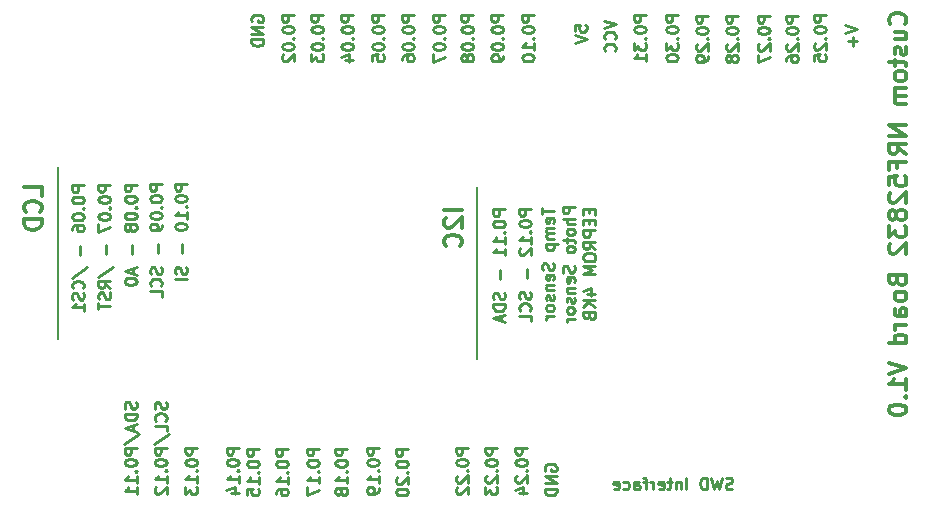
<source format=gbr>
G04 #@! TF.GenerationSoftware,KiCad,Pcbnew,5.0.2-bee76a0~70~ubuntu18.04.1*
G04 #@! TF.CreationDate,2018-12-12T17:35:25-08:00*
G04 #@! TF.ProjectId,NRF52832_Reference,4e524635-3238-4333-925f-526566657265,rev?*
G04 #@! TF.SameCoordinates,Original*
G04 #@! TF.FileFunction,Legend,Bot*
G04 #@! TF.FilePolarity,Positive*
%FSLAX46Y46*%
G04 Gerber Fmt 4.6, Leading zero omitted, Abs format (unit mm)*
G04 Created by KiCad (PCBNEW 5.0.2-bee76a0~70~ubuntu18.04.1) date Wed 12 Dec 2018 05:35:25 PM PST*
%MOMM*%
%LPD*%
G01*
G04 APERTURE LIST*
%ADD10C,0.300000*%
%ADD11C,0.200000*%
%ADD12C,0.250000*%
G04 APERTURE END LIST*
D10*
X176875214Y-79432571D02*
X176946642Y-79361142D01*
X177018071Y-79146857D01*
X177018071Y-79004000D01*
X176946642Y-78789714D01*
X176803785Y-78646857D01*
X176660928Y-78575428D01*
X176375214Y-78504000D01*
X176160928Y-78504000D01*
X175875214Y-78575428D01*
X175732357Y-78646857D01*
X175589500Y-78789714D01*
X175518071Y-79004000D01*
X175518071Y-79146857D01*
X175589500Y-79361142D01*
X175660928Y-79432571D01*
X176018071Y-80718285D02*
X177018071Y-80718285D01*
X176018071Y-80075428D02*
X176803785Y-80075428D01*
X176946642Y-80146857D01*
X177018071Y-80289714D01*
X177018071Y-80504000D01*
X176946642Y-80646857D01*
X176875214Y-80718285D01*
X176946642Y-81361142D02*
X177018071Y-81504000D01*
X177018071Y-81789714D01*
X176946642Y-81932571D01*
X176803785Y-82004000D01*
X176732357Y-82004000D01*
X176589500Y-81932571D01*
X176518071Y-81789714D01*
X176518071Y-81575428D01*
X176446642Y-81432571D01*
X176303785Y-81361142D01*
X176232357Y-81361142D01*
X176089500Y-81432571D01*
X176018071Y-81575428D01*
X176018071Y-81789714D01*
X176089500Y-81932571D01*
X176018071Y-82432571D02*
X176018071Y-83004000D01*
X175518071Y-82646857D02*
X176803785Y-82646857D01*
X176946642Y-82718285D01*
X177018071Y-82861142D01*
X177018071Y-83004000D01*
X177018071Y-83718285D02*
X176946642Y-83575428D01*
X176875214Y-83504000D01*
X176732357Y-83432571D01*
X176303785Y-83432571D01*
X176160928Y-83504000D01*
X176089500Y-83575428D01*
X176018071Y-83718285D01*
X176018071Y-83932571D01*
X176089500Y-84075428D01*
X176160928Y-84146857D01*
X176303785Y-84218285D01*
X176732357Y-84218285D01*
X176875214Y-84146857D01*
X176946642Y-84075428D01*
X177018071Y-83932571D01*
X177018071Y-83718285D01*
X177018071Y-84861142D02*
X176018071Y-84861142D01*
X176160928Y-84861142D02*
X176089500Y-84932571D01*
X176018071Y-85075428D01*
X176018071Y-85289714D01*
X176089500Y-85432571D01*
X176232357Y-85504000D01*
X177018071Y-85504000D01*
X176232357Y-85504000D02*
X176089500Y-85575428D01*
X176018071Y-85718285D01*
X176018071Y-85932571D01*
X176089500Y-86075428D01*
X176232357Y-86146857D01*
X177018071Y-86146857D01*
X177018071Y-88004000D02*
X175518071Y-88004000D01*
X177018071Y-88861142D01*
X175518071Y-88861142D01*
X177018071Y-90432571D02*
X176303785Y-89932571D01*
X177018071Y-89575428D02*
X175518071Y-89575428D01*
X175518071Y-90146857D01*
X175589500Y-90289714D01*
X175660928Y-90361142D01*
X175803785Y-90432571D01*
X176018071Y-90432571D01*
X176160928Y-90361142D01*
X176232357Y-90289714D01*
X176303785Y-90146857D01*
X176303785Y-89575428D01*
X176232357Y-91575428D02*
X176232357Y-91075428D01*
X177018071Y-91075428D02*
X175518071Y-91075428D01*
X175518071Y-91789714D01*
X175518071Y-93075428D02*
X175518071Y-92361142D01*
X176232357Y-92289714D01*
X176160928Y-92361142D01*
X176089500Y-92504000D01*
X176089500Y-92861142D01*
X176160928Y-93004000D01*
X176232357Y-93075428D01*
X176375214Y-93146857D01*
X176732357Y-93146857D01*
X176875214Y-93075428D01*
X176946642Y-93004000D01*
X177018071Y-92861142D01*
X177018071Y-92504000D01*
X176946642Y-92361142D01*
X176875214Y-92289714D01*
X175660928Y-93718285D02*
X175589500Y-93789714D01*
X175518071Y-93932571D01*
X175518071Y-94289714D01*
X175589500Y-94432571D01*
X175660928Y-94504000D01*
X175803785Y-94575428D01*
X175946642Y-94575428D01*
X176160928Y-94504000D01*
X177018071Y-93646857D01*
X177018071Y-94575428D01*
X176160928Y-95432571D02*
X176089500Y-95289714D01*
X176018071Y-95218285D01*
X175875214Y-95146857D01*
X175803785Y-95146857D01*
X175660928Y-95218285D01*
X175589500Y-95289714D01*
X175518071Y-95432571D01*
X175518071Y-95718285D01*
X175589500Y-95861142D01*
X175660928Y-95932571D01*
X175803785Y-96004000D01*
X175875214Y-96004000D01*
X176018071Y-95932571D01*
X176089500Y-95861142D01*
X176160928Y-95718285D01*
X176160928Y-95432571D01*
X176232357Y-95289714D01*
X176303785Y-95218285D01*
X176446642Y-95146857D01*
X176732357Y-95146857D01*
X176875214Y-95218285D01*
X176946642Y-95289714D01*
X177018071Y-95432571D01*
X177018071Y-95718285D01*
X176946642Y-95861142D01*
X176875214Y-95932571D01*
X176732357Y-96004000D01*
X176446642Y-96004000D01*
X176303785Y-95932571D01*
X176232357Y-95861142D01*
X176160928Y-95718285D01*
X175518071Y-96504000D02*
X175518071Y-97432571D01*
X176089500Y-96932571D01*
X176089500Y-97146857D01*
X176160928Y-97289714D01*
X176232357Y-97361142D01*
X176375214Y-97432571D01*
X176732357Y-97432571D01*
X176875214Y-97361142D01*
X176946642Y-97289714D01*
X177018071Y-97146857D01*
X177018071Y-96718285D01*
X176946642Y-96575428D01*
X176875214Y-96504000D01*
X175660928Y-98004000D02*
X175589500Y-98075428D01*
X175518071Y-98218285D01*
X175518071Y-98575428D01*
X175589500Y-98718285D01*
X175660928Y-98789714D01*
X175803785Y-98861142D01*
X175946642Y-98861142D01*
X176160928Y-98789714D01*
X177018071Y-97932571D01*
X177018071Y-98861142D01*
X176232357Y-101146857D02*
X176303785Y-101361142D01*
X176375214Y-101432571D01*
X176518071Y-101504000D01*
X176732357Y-101504000D01*
X176875214Y-101432571D01*
X176946642Y-101361142D01*
X177018071Y-101218285D01*
X177018071Y-100646857D01*
X175518071Y-100646857D01*
X175518071Y-101146857D01*
X175589500Y-101289714D01*
X175660928Y-101361142D01*
X175803785Y-101432571D01*
X175946642Y-101432571D01*
X176089500Y-101361142D01*
X176160928Y-101289714D01*
X176232357Y-101146857D01*
X176232357Y-100646857D01*
X177018071Y-102361142D02*
X176946642Y-102218285D01*
X176875214Y-102146857D01*
X176732357Y-102075428D01*
X176303785Y-102075428D01*
X176160928Y-102146857D01*
X176089500Y-102218285D01*
X176018071Y-102361142D01*
X176018071Y-102575428D01*
X176089500Y-102718285D01*
X176160928Y-102789714D01*
X176303785Y-102861142D01*
X176732357Y-102861142D01*
X176875214Y-102789714D01*
X176946642Y-102718285D01*
X177018071Y-102575428D01*
X177018071Y-102361142D01*
X177018071Y-104146857D02*
X176232357Y-104146857D01*
X176089500Y-104075428D01*
X176018071Y-103932571D01*
X176018071Y-103646857D01*
X176089500Y-103504000D01*
X176946642Y-104146857D02*
X177018071Y-104004000D01*
X177018071Y-103646857D01*
X176946642Y-103504000D01*
X176803785Y-103432571D01*
X176660928Y-103432571D01*
X176518071Y-103504000D01*
X176446642Y-103646857D01*
X176446642Y-104004000D01*
X176375214Y-104146857D01*
X177018071Y-104861142D02*
X176018071Y-104861142D01*
X176303785Y-104861142D02*
X176160928Y-104932571D01*
X176089500Y-105004000D01*
X176018071Y-105146857D01*
X176018071Y-105289714D01*
X177018071Y-106432571D02*
X175518071Y-106432571D01*
X176946642Y-106432571D02*
X177018071Y-106289714D01*
X177018071Y-106004000D01*
X176946642Y-105861142D01*
X176875214Y-105789714D01*
X176732357Y-105718285D01*
X176303785Y-105718285D01*
X176160928Y-105789714D01*
X176089500Y-105861142D01*
X176018071Y-106004000D01*
X176018071Y-106289714D01*
X176089500Y-106432571D01*
X175518071Y-108075428D02*
X177018071Y-108575428D01*
X175518071Y-109075428D01*
X177018071Y-110361142D02*
X177018071Y-109504000D01*
X177018071Y-109932571D02*
X175518071Y-109932571D01*
X175732357Y-109789714D01*
X175875214Y-109646857D01*
X175946642Y-109504000D01*
X176875214Y-111004000D02*
X176946642Y-111075428D01*
X177018071Y-111004000D01*
X176946642Y-110932571D01*
X176875214Y-111004000D01*
X177018071Y-111004000D01*
X175518071Y-112004000D02*
X175518071Y-112146857D01*
X175589500Y-112289714D01*
X175660928Y-112361142D01*
X175803785Y-112432571D01*
X176089500Y-112504000D01*
X176446642Y-112504000D01*
X176732357Y-112432571D01*
X176875214Y-112361142D01*
X176946642Y-112289714D01*
X177018071Y-112146857D01*
X177018071Y-112004000D01*
X176946642Y-111861142D01*
X176875214Y-111789714D01*
X176732357Y-111718285D01*
X176446642Y-111646857D01*
X176089500Y-111646857D01*
X175803785Y-111718285D01*
X175660928Y-111789714D01*
X175589500Y-111861142D01*
X175518071Y-112004000D01*
D11*
X140652500Y-93218000D02*
X140652500Y-107759500D01*
D12*
X146165380Y-94956904D02*
X146165380Y-95528333D01*
X147165380Y-95242619D02*
X146165380Y-95242619D01*
X147117761Y-96242619D02*
X147165380Y-96147380D01*
X147165380Y-95956904D01*
X147117761Y-95861666D01*
X147022523Y-95814047D01*
X146641571Y-95814047D01*
X146546333Y-95861666D01*
X146498714Y-95956904D01*
X146498714Y-96147380D01*
X146546333Y-96242619D01*
X146641571Y-96290238D01*
X146736809Y-96290238D01*
X146832047Y-95814047D01*
X147165380Y-96718809D02*
X146498714Y-96718809D01*
X146593952Y-96718809D02*
X146546333Y-96766428D01*
X146498714Y-96861666D01*
X146498714Y-97004523D01*
X146546333Y-97099761D01*
X146641571Y-97147380D01*
X147165380Y-97147380D01*
X146641571Y-97147380D02*
X146546333Y-97195000D01*
X146498714Y-97290238D01*
X146498714Y-97433095D01*
X146546333Y-97528333D01*
X146641571Y-97575952D01*
X147165380Y-97575952D01*
X146498714Y-98052142D02*
X147498714Y-98052142D01*
X146546333Y-98052142D02*
X146498714Y-98147380D01*
X146498714Y-98337857D01*
X146546333Y-98433095D01*
X146593952Y-98480714D01*
X146689190Y-98528333D01*
X146974904Y-98528333D01*
X147070142Y-98480714D01*
X147117761Y-98433095D01*
X147165380Y-98337857D01*
X147165380Y-98147380D01*
X147117761Y-98052142D01*
X147117761Y-99671190D02*
X147165380Y-99814047D01*
X147165380Y-100052142D01*
X147117761Y-100147380D01*
X147070142Y-100195000D01*
X146974904Y-100242619D01*
X146879666Y-100242619D01*
X146784428Y-100195000D01*
X146736809Y-100147380D01*
X146689190Y-100052142D01*
X146641571Y-99861666D01*
X146593952Y-99766428D01*
X146546333Y-99718809D01*
X146451095Y-99671190D01*
X146355857Y-99671190D01*
X146260619Y-99718809D01*
X146213000Y-99766428D01*
X146165380Y-99861666D01*
X146165380Y-100099761D01*
X146213000Y-100242619D01*
X147117761Y-101052142D02*
X147165380Y-100956904D01*
X147165380Y-100766428D01*
X147117761Y-100671190D01*
X147022523Y-100623571D01*
X146641571Y-100623571D01*
X146546333Y-100671190D01*
X146498714Y-100766428D01*
X146498714Y-100956904D01*
X146546333Y-101052142D01*
X146641571Y-101099761D01*
X146736809Y-101099761D01*
X146832047Y-100623571D01*
X146498714Y-101528333D02*
X147165380Y-101528333D01*
X146593952Y-101528333D02*
X146546333Y-101575952D01*
X146498714Y-101671190D01*
X146498714Y-101814047D01*
X146546333Y-101909285D01*
X146641571Y-101956904D01*
X147165380Y-101956904D01*
X147117761Y-102385476D02*
X147165380Y-102480714D01*
X147165380Y-102671190D01*
X147117761Y-102766428D01*
X147022523Y-102814047D01*
X146974904Y-102814047D01*
X146879666Y-102766428D01*
X146832047Y-102671190D01*
X146832047Y-102528333D01*
X146784428Y-102433095D01*
X146689190Y-102385476D01*
X146641571Y-102385476D01*
X146546333Y-102433095D01*
X146498714Y-102528333D01*
X146498714Y-102671190D01*
X146546333Y-102766428D01*
X147165380Y-103385476D02*
X147117761Y-103290238D01*
X147070142Y-103242619D01*
X146974904Y-103195000D01*
X146689190Y-103195000D01*
X146593952Y-103242619D01*
X146546333Y-103290238D01*
X146498714Y-103385476D01*
X146498714Y-103528333D01*
X146546333Y-103623571D01*
X146593952Y-103671190D01*
X146689190Y-103718809D01*
X146974904Y-103718809D01*
X147070142Y-103671190D01*
X147117761Y-103623571D01*
X147165380Y-103528333D01*
X147165380Y-103385476D01*
X147165380Y-104147380D02*
X146498714Y-104147380D01*
X146689190Y-104147380D02*
X146593952Y-104195000D01*
X146546333Y-104242619D01*
X146498714Y-104337857D01*
X146498714Y-104433095D01*
X148915380Y-94885476D02*
X147915380Y-94885476D01*
X147915380Y-95266428D01*
X147963000Y-95361666D01*
X148010619Y-95409285D01*
X148105857Y-95456904D01*
X148248714Y-95456904D01*
X148343952Y-95409285D01*
X148391571Y-95361666D01*
X148439190Y-95266428D01*
X148439190Y-94885476D01*
X148915380Y-95885476D02*
X147915380Y-95885476D01*
X148915380Y-96314047D02*
X148391571Y-96314047D01*
X148296333Y-96266428D01*
X148248714Y-96171190D01*
X148248714Y-96028333D01*
X148296333Y-95933095D01*
X148343952Y-95885476D01*
X148915380Y-96933095D02*
X148867761Y-96837857D01*
X148820142Y-96790238D01*
X148724904Y-96742619D01*
X148439190Y-96742619D01*
X148343952Y-96790238D01*
X148296333Y-96837857D01*
X148248714Y-96933095D01*
X148248714Y-97075952D01*
X148296333Y-97171190D01*
X148343952Y-97218809D01*
X148439190Y-97266428D01*
X148724904Y-97266428D01*
X148820142Y-97218809D01*
X148867761Y-97171190D01*
X148915380Y-97075952D01*
X148915380Y-96933095D01*
X148248714Y-97552142D02*
X148248714Y-97933095D01*
X147915380Y-97695000D02*
X148772523Y-97695000D01*
X148867761Y-97742619D01*
X148915380Y-97837857D01*
X148915380Y-97933095D01*
X148915380Y-98409285D02*
X148867761Y-98314047D01*
X148820142Y-98266428D01*
X148724904Y-98218809D01*
X148439190Y-98218809D01*
X148343952Y-98266428D01*
X148296333Y-98314047D01*
X148248714Y-98409285D01*
X148248714Y-98552142D01*
X148296333Y-98647380D01*
X148343952Y-98695000D01*
X148439190Y-98742619D01*
X148724904Y-98742619D01*
X148820142Y-98695000D01*
X148867761Y-98647380D01*
X148915380Y-98552142D01*
X148915380Y-98409285D01*
X148867761Y-99885476D02*
X148915380Y-100028333D01*
X148915380Y-100266428D01*
X148867761Y-100361666D01*
X148820142Y-100409285D01*
X148724904Y-100456904D01*
X148629666Y-100456904D01*
X148534428Y-100409285D01*
X148486809Y-100361666D01*
X148439190Y-100266428D01*
X148391571Y-100075952D01*
X148343952Y-99980714D01*
X148296333Y-99933095D01*
X148201095Y-99885476D01*
X148105857Y-99885476D01*
X148010619Y-99933095D01*
X147963000Y-99980714D01*
X147915380Y-100075952D01*
X147915380Y-100314047D01*
X147963000Y-100456904D01*
X148867761Y-101266428D02*
X148915380Y-101171190D01*
X148915380Y-100980714D01*
X148867761Y-100885476D01*
X148772523Y-100837857D01*
X148391571Y-100837857D01*
X148296333Y-100885476D01*
X148248714Y-100980714D01*
X148248714Y-101171190D01*
X148296333Y-101266428D01*
X148391571Y-101314047D01*
X148486809Y-101314047D01*
X148582047Y-100837857D01*
X148248714Y-101742619D02*
X148915380Y-101742619D01*
X148343952Y-101742619D02*
X148296333Y-101790238D01*
X148248714Y-101885476D01*
X148248714Y-102028333D01*
X148296333Y-102123571D01*
X148391571Y-102171190D01*
X148915380Y-102171190D01*
X148867761Y-102599761D02*
X148915380Y-102695000D01*
X148915380Y-102885476D01*
X148867761Y-102980714D01*
X148772523Y-103028333D01*
X148724904Y-103028333D01*
X148629666Y-102980714D01*
X148582047Y-102885476D01*
X148582047Y-102742619D01*
X148534428Y-102647380D01*
X148439190Y-102599761D01*
X148391571Y-102599761D01*
X148296333Y-102647380D01*
X148248714Y-102742619D01*
X148248714Y-102885476D01*
X148296333Y-102980714D01*
X148915380Y-103599761D02*
X148867761Y-103504523D01*
X148820142Y-103456904D01*
X148724904Y-103409285D01*
X148439190Y-103409285D01*
X148343952Y-103456904D01*
X148296333Y-103504523D01*
X148248714Y-103599761D01*
X148248714Y-103742619D01*
X148296333Y-103837857D01*
X148343952Y-103885476D01*
X148439190Y-103933095D01*
X148724904Y-103933095D01*
X148820142Y-103885476D01*
X148867761Y-103837857D01*
X148915380Y-103742619D01*
X148915380Y-103599761D01*
X148915380Y-104361666D02*
X148248714Y-104361666D01*
X148439190Y-104361666D02*
X148343952Y-104409285D01*
X148296333Y-104456904D01*
X148248714Y-104552142D01*
X148248714Y-104647380D01*
X150141571Y-95075952D02*
X150141571Y-95409285D01*
X150665380Y-95552142D02*
X150665380Y-95075952D01*
X149665380Y-95075952D01*
X149665380Y-95552142D01*
X150141571Y-95980714D02*
X150141571Y-96314047D01*
X150665380Y-96456904D02*
X150665380Y-95980714D01*
X149665380Y-95980714D01*
X149665380Y-96456904D01*
X150665380Y-96885476D02*
X149665380Y-96885476D01*
X149665380Y-97266428D01*
X149713000Y-97361666D01*
X149760619Y-97409285D01*
X149855857Y-97456904D01*
X149998714Y-97456904D01*
X150093952Y-97409285D01*
X150141571Y-97361666D01*
X150189190Y-97266428D01*
X150189190Y-96885476D01*
X150665380Y-98456904D02*
X150189190Y-98123571D01*
X150665380Y-97885476D02*
X149665380Y-97885476D01*
X149665380Y-98266428D01*
X149713000Y-98361666D01*
X149760619Y-98409285D01*
X149855857Y-98456904D01*
X149998714Y-98456904D01*
X150093952Y-98409285D01*
X150141571Y-98361666D01*
X150189190Y-98266428D01*
X150189190Y-97885476D01*
X149665380Y-99075952D02*
X149665380Y-99266428D01*
X149713000Y-99361666D01*
X149808238Y-99456904D01*
X149998714Y-99504523D01*
X150332047Y-99504523D01*
X150522523Y-99456904D01*
X150617761Y-99361666D01*
X150665380Y-99266428D01*
X150665380Y-99075952D01*
X150617761Y-98980714D01*
X150522523Y-98885476D01*
X150332047Y-98837857D01*
X149998714Y-98837857D01*
X149808238Y-98885476D01*
X149713000Y-98980714D01*
X149665380Y-99075952D01*
X150665380Y-99933095D02*
X149665380Y-99933095D01*
X150379666Y-100266428D01*
X149665380Y-100599761D01*
X150665380Y-100599761D01*
X149998714Y-102266428D02*
X150665380Y-102266428D01*
X149617761Y-102028333D02*
X150332047Y-101790238D01*
X150332047Y-102409285D01*
X150665380Y-102790238D02*
X149665380Y-102790238D01*
X150665380Y-103361666D02*
X150093952Y-102933095D01*
X149665380Y-103361666D02*
X150236809Y-102790238D01*
X150141571Y-104123571D02*
X150189190Y-104266428D01*
X150236809Y-104314047D01*
X150332047Y-104361666D01*
X150474904Y-104361666D01*
X150570142Y-104314047D01*
X150617761Y-104266428D01*
X150665380Y-104171190D01*
X150665380Y-103790238D01*
X149665380Y-103790238D01*
X149665380Y-104123571D01*
X149713000Y-104218809D01*
X149760619Y-104266428D01*
X149855857Y-104314047D01*
X149951095Y-104314047D01*
X150046333Y-104266428D01*
X150093952Y-104218809D01*
X150141571Y-104123571D01*
X150141571Y-103790238D01*
X145232380Y-95068023D02*
X144232380Y-95068023D01*
X144232380Y-95448976D01*
X144280000Y-95544214D01*
X144327619Y-95591833D01*
X144422857Y-95639452D01*
X144565714Y-95639452D01*
X144660952Y-95591833D01*
X144708571Y-95544214D01*
X144756190Y-95448976D01*
X144756190Y-95068023D01*
X144232380Y-96258500D02*
X144232380Y-96353738D01*
X144280000Y-96448976D01*
X144327619Y-96496595D01*
X144422857Y-96544214D01*
X144613333Y-96591833D01*
X144851428Y-96591833D01*
X145041904Y-96544214D01*
X145137142Y-96496595D01*
X145184761Y-96448976D01*
X145232380Y-96353738D01*
X145232380Y-96258500D01*
X145184761Y-96163261D01*
X145137142Y-96115642D01*
X145041904Y-96068023D01*
X144851428Y-96020404D01*
X144613333Y-96020404D01*
X144422857Y-96068023D01*
X144327619Y-96115642D01*
X144280000Y-96163261D01*
X144232380Y-96258500D01*
X145137142Y-97020404D02*
X145184761Y-97068023D01*
X145232380Y-97020404D01*
X145184761Y-96972785D01*
X145137142Y-97020404D01*
X145232380Y-97020404D01*
X145232380Y-98020404D02*
X145232380Y-97448976D01*
X145232380Y-97734690D02*
X144232380Y-97734690D01*
X144375238Y-97639452D01*
X144470476Y-97544214D01*
X144518095Y-97448976D01*
X144327619Y-98401357D02*
X144280000Y-98448976D01*
X144232380Y-98544214D01*
X144232380Y-98782309D01*
X144280000Y-98877547D01*
X144327619Y-98925166D01*
X144422857Y-98972785D01*
X144518095Y-98972785D01*
X144660952Y-98925166D01*
X145232380Y-98353738D01*
X145232380Y-98972785D01*
X144851428Y-100163261D02*
X144851428Y-100925166D01*
X145184761Y-102115642D02*
X145232380Y-102258500D01*
X145232380Y-102496595D01*
X145184761Y-102591833D01*
X145137142Y-102639452D01*
X145041904Y-102687071D01*
X144946666Y-102687071D01*
X144851428Y-102639452D01*
X144803809Y-102591833D01*
X144756190Y-102496595D01*
X144708571Y-102306119D01*
X144660952Y-102210880D01*
X144613333Y-102163261D01*
X144518095Y-102115642D01*
X144422857Y-102115642D01*
X144327619Y-102163261D01*
X144280000Y-102210880D01*
X144232380Y-102306119D01*
X144232380Y-102544214D01*
X144280000Y-102687071D01*
X145137142Y-103687071D02*
X145184761Y-103639452D01*
X145232380Y-103496595D01*
X145232380Y-103401357D01*
X145184761Y-103258500D01*
X145089523Y-103163261D01*
X144994285Y-103115642D01*
X144803809Y-103068023D01*
X144660952Y-103068023D01*
X144470476Y-103115642D01*
X144375238Y-103163261D01*
X144280000Y-103258500D01*
X144232380Y-103401357D01*
X144232380Y-103496595D01*
X144280000Y-103639452D01*
X144327619Y-103687071D01*
X145232380Y-104591833D02*
X145232380Y-104115642D01*
X144232380Y-104115642D01*
X143009880Y-95107714D02*
X142009880Y-95107714D01*
X142009880Y-95488666D01*
X142057500Y-95583904D01*
X142105119Y-95631523D01*
X142200357Y-95679142D01*
X142343214Y-95679142D01*
X142438452Y-95631523D01*
X142486071Y-95583904D01*
X142533690Y-95488666D01*
X142533690Y-95107714D01*
X142009880Y-96298190D02*
X142009880Y-96393428D01*
X142057500Y-96488666D01*
X142105119Y-96536285D01*
X142200357Y-96583904D01*
X142390833Y-96631523D01*
X142628928Y-96631523D01*
X142819404Y-96583904D01*
X142914642Y-96536285D01*
X142962261Y-96488666D01*
X143009880Y-96393428D01*
X143009880Y-96298190D01*
X142962261Y-96202952D01*
X142914642Y-96155333D01*
X142819404Y-96107714D01*
X142628928Y-96060095D01*
X142390833Y-96060095D01*
X142200357Y-96107714D01*
X142105119Y-96155333D01*
X142057500Y-96202952D01*
X142009880Y-96298190D01*
X142914642Y-97060095D02*
X142962261Y-97107714D01*
X143009880Y-97060095D01*
X142962261Y-97012476D01*
X142914642Y-97060095D01*
X143009880Y-97060095D01*
X143009880Y-98060095D02*
X143009880Y-97488666D01*
X143009880Y-97774380D02*
X142009880Y-97774380D01*
X142152738Y-97679142D01*
X142247976Y-97583904D01*
X142295595Y-97488666D01*
X143009880Y-99012476D02*
X143009880Y-98441047D01*
X143009880Y-98726761D02*
X142009880Y-98726761D01*
X142152738Y-98631523D01*
X142247976Y-98536285D01*
X142295595Y-98441047D01*
X142628928Y-100202952D02*
X142628928Y-100964857D01*
X142962261Y-102155333D02*
X143009880Y-102298190D01*
X143009880Y-102536285D01*
X142962261Y-102631523D01*
X142914642Y-102679142D01*
X142819404Y-102726761D01*
X142724166Y-102726761D01*
X142628928Y-102679142D01*
X142581309Y-102631523D01*
X142533690Y-102536285D01*
X142486071Y-102345809D01*
X142438452Y-102250571D01*
X142390833Y-102202952D01*
X142295595Y-102155333D01*
X142200357Y-102155333D01*
X142105119Y-102202952D01*
X142057500Y-102250571D01*
X142009880Y-102345809D01*
X142009880Y-102583904D01*
X142057500Y-102726761D01*
X143009880Y-103155333D02*
X142009880Y-103155333D01*
X142009880Y-103393428D01*
X142057500Y-103536285D01*
X142152738Y-103631523D01*
X142247976Y-103679142D01*
X142438452Y-103726761D01*
X142581309Y-103726761D01*
X142771785Y-103679142D01*
X142867023Y-103631523D01*
X142962261Y-103536285D01*
X143009880Y-103393428D01*
X143009880Y-103155333D01*
X142724166Y-104107714D02*
X142724166Y-104583904D01*
X143009880Y-104012476D02*
X142009880Y-104345809D01*
X143009880Y-104679142D01*
D10*
X139362571Y-95182714D02*
X137862571Y-95182714D01*
X138005428Y-95825571D02*
X137934000Y-95897000D01*
X137862571Y-96039857D01*
X137862571Y-96397000D01*
X137934000Y-96539857D01*
X138005428Y-96611285D01*
X138148285Y-96682714D01*
X138291142Y-96682714D01*
X138505428Y-96611285D01*
X139362571Y-95754142D01*
X139362571Y-96682714D01*
X139219714Y-98182714D02*
X139291142Y-98111285D01*
X139362571Y-97897000D01*
X139362571Y-97754142D01*
X139291142Y-97539857D01*
X139148285Y-97397000D01*
X139005428Y-97325571D01*
X138719714Y-97254142D01*
X138505428Y-97254142D01*
X138219714Y-97325571D01*
X138076857Y-97397000D01*
X137934000Y-97539857D01*
X137862571Y-97754142D01*
X137862571Y-97897000D01*
X137934000Y-98111285D01*
X138005428Y-98182714D01*
D12*
X116085880Y-92940690D02*
X115085880Y-92940690D01*
X115085880Y-93321642D01*
X115133500Y-93416880D01*
X115181119Y-93464500D01*
X115276357Y-93512119D01*
X115419214Y-93512119D01*
X115514452Y-93464500D01*
X115562071Y-93416880D01*
X115609690Y-93321642D01*
X115609690Y-92940690D01*
X115085880Y-94131166D02*
X115085880Y-94226404D01*
X115133500Y-94321642D01*
X115181119Y-94369261D01*
X115276357Y-94416880D01*
X115466833Y-94464500D01*
X115704928Y-94464500D01*
X115895404Y-94416880D01*
X115990642Y-94369261D01*
X116038261Y-94321642D01*
X116085880Y-94226404D01*
X116085880Y-94131166D01*
X116038261Y-94035928D01*
X115990642Y-93988309D01*
X115895404Y-93940690D01*
X115704928Y-93893071D01*
X115466833Y-93893071D01*
X115276357Y-93940690D01*
X115181119Y-93988309D01*
X115133500Y-94035928D01*
X115085880Y-94131166D01*
X115990642Y-94893071D02*
X116038261Y-94940690D01*
X116085880Y-94893071D01*
X116038261Y-94845452D01*
X115990642Y-94893071D01*
X116085880Y-94893071D01*
X116085880Y-95893071D02*
X116085880Y-95321642D01*
X116085880Y-95607357D02*
X115085880Y-95607357D01*
X115228738Y-95512119D01*
X115323976Y-95416880D01*
X115371595Y-95321642D01*
X115085880Y-96512119D02*
X115085880Y-96607357D01*
X115133500Y-96702595D01*
X115181119Y-96750214D01*
X115276357Y-96797833D01*
X115466833Y-96845452D01*
X115704928Y-96845452D01*
X115895404Y-96797833D01*
X115990642Y-96750214D01*
X116038261Y-96702595D01*
X116085880Y-96607357D01*
X116085880Y-96512119D01*
X116038261Y-96416880D01*
X115990642Y-96369261D01*
X115895404Y-96321642D01*
X115704928Y-96274023D01*
X115466833Y-96274023D01*
X115276357Y-96321642D01*
X115181119Y-96369261D01*
X115133500Y-96416880D01*
X115085880Y-96512119D01*
X115704928Y-98035928D02*
X115704928Y-98797833D01*
X116038261Y-99988309D02*
X116085880Y-100131166D01*
X116085880Y-100369261D01*
X116038261Y-100464500D01*
X115990642Y-100512119D01*
X115895404Y-100559738D01*
X115800166Y-100559738D01*
X115704928Y-100512119D01*
X115657309Y-100464500D01*
X115609690Y-100369261D01*
X115562071Y-100178785D01*
X115514452Y-100083547D01*
X115466833Y-100035928D01*
X115371595Y-99988309D01*
X115276357Y-99988309D01*
X115181119Y-100035928D01*
X115133500Y-100083547D01*
X115085880Y-100178785D01*
X115085880Y-100416880D01*
X115133500Y-100559738D01*
X116085880Y-100988309D02*
X115085880Y-100988309D01*
X113990380Y-92972523D02*
X112990380Y-92972523D01*
X112990380Y-93353476D01*
X113038000Y-93448714D01*
X113085619Y-93496333D01*
X113180857Y-93543952D01*
X113323714Y-93543952D01*
X113418952Y-93496333D01*
X113466571Y-93448714D01*
X113514190Y-93353476D01*
X113514190Y-92972523D01*
X112990380Y-94163000D02*
X112990380Y-94258238D01*
X113038000Y-94353476D01*
X113085619Y-94401095D01*
X113180857Y-94448714D01*
X113371333Y-94496333D01*
X113609428Y-94496333D01*
X113799904Y-94448714D01*
X113895142Y-94401095D01*
X113942761Y-94353476D01*
X113990380Y-94258238D01*
X113990380Y-94163000D01*
X113942761Y-94067761D01*
X113895142Y-94020142D01*
X113799904Y-93972523D01*
X113609428Y-93924904D01*
X113371333Y-93924904D01*
X113180857Y-93972523D01*
X113085619Y-94020142D01*
X113038000Y-94067761D01*
X112990380Y-94163000D01*
X113895142Y-94924904D02*
X113942761Y-94972523D01*
X113990380Y-94924904D01*
X113942761Y-94877285D01*
X113895142Y-94924904D01*
X113990380Y-94924904D01*
X112990380Y-95591571D02*
X112990380Y-95686809D01*
X113038000Y-95782047D01*
X113085619Y-95829666D01*
X113180857Y-95877285D01*
X113371333Y-95924904D01*
X113609428Y-95924904D01*
X113799904Y-95877285D01*
X113895142Y-95829666D01*
X113942761Y-95782047D01*
X113990380Y-95686809D01*
X113990380Y-95591571D01*
X113942761Y-95496333D01*
X113895142Y-95448714D01*
X113799904Y-95401095D01*
X113609428Y-95353476D01*
X113371333Y-95353476D01*
X113180857Y-95401095D01*
X113085619Y-95448714D01*
X113038000Y-95496333D01*
X112990380Y-95591571D01*
X113990380Y-96401095D02*
X113990380Y-96591571D01*
X113942761Y-96686809D01*
X113895142Y-96734428D01*
X113752285Y-96829666D01*
X113561809Y-96877285D01*
X113180857Y-96877285D01*
X113085619Y-96829666D01*
X113038000Y-96782047D01*
X112990380Y-96686809D01*
X112990380Y-96496333D01*
X113038000Y-96401095D01*
X113085619Y-96353476D01*
X113180857Y-96305857D01*
X113418952Y-96305857D01*
X113514190Y-96353476D01*
X113561809Y-96401095D01*
X113609428Y-96496333D01*
X113609428Y-96686809D01*
X113561809Y-96782047D01*
X113514190Y-96829666D01*
X113418952Y-96877285D01*
X113609428Y-98067761D02*
X113609428Y-98829666D01*
X113942761Y-100020142D02*
X113990380Y-100163000D01*
X113990380Y-100401095D01*
X113942761Y-100496333D01*
X113895142Y-100543952D01*
X113799904Y-100591571D01*
X113704666Y-100591571D01*
X113609428Y-100543952D01*
X113561809Y-100496333D01*
X113514190Y-100401095D01*
X113466571Y-100210619D01*
X113418952Y-100115380D01*
X113371333Y-100067761D01*
X113276095Y-100020142D01*
X113180857Y-100020142D01*
X113085619Y-100067761D01*
X113038000Y-100115380D01*
X112990380Y-100210619D01*
X112990380Y-100448714D01*
X113038000Y-100591571D01*
X113895142Y-101591571D02*
X113942761Y-101543952D01*
X113990380Y-101401095D01*
X113990380Y-101305857D01*
X113942761Y-101163000D01*
X113847523Y-101067761D01*
X113752285Y-101020142D01*
X113561809Y-100972523D01*
X113418952Y-100972523D01*
X113228476Y-101020142D01*
X113133238Y-101067761D01*
X113038000Y-101163000D01*
X112990380Y-101305857D01*
X112990380Y-101401095D01*
X113038000Y-101543952D01*
X113085619Y-101591571D01*
X113990380Y-102496333D02*
X113990380Y-102020142D01*
X112990380Y-102020142D01*
X111831380Y-93004214D02*
X110831380Y-93004214D01*
X110831380Y-93385166D01*
X110879000Y-93480404D01*
X110926619Y-93528023D01*
X111021857Y-93575642D01*
X111164714Y-93575642D01*
X111259952Y-93528023D01*
X111307571Y-93480404D01*
X111355190Y-93385166D01*
X111355190Y-93004214D01*
X110831380Y-94194690D02*
X110831380Y-94289928D01*
X110879000Y-94385166D01*
X110926619Y-94432785D01*
X111021857Y-94480404D01*
X111212333Y-94528023D01*
X111450428Y-94528023D01*
X111640904Y-94480404D01*
X111736142Y-94432785D01*
X111783761Y-94385166D01*
X111831380Y-94289928D01*
X111831380Y-94194690D01*
X111783761Y-94099452D01*
X111736142Y-94051833D01*
X111640904Y-94004214D01*
X111450428Y-93956595D01*
X111212333Y-93956595D01*
X111021857Y-94004214D01*
X110926619Y-94051833D01*
X110879000Y-94099452D01*
X110831380Y-94194690D01*
X111736142Y-94956595D02*
X111783761Y-95004214D01*
X111831380Y-94956595D01*
X111783761Y-94908976D01*
X111736142Y-94956595D01*
X111831380Y-94956595D01*
X110831380Y-95623261D02*
X110831380Y-95718500D01*
X110879000Y-95813738D01*
X110926619Y-95861357D01*
X111021857Y-95908976D01*
X111212333Y-95956595D01*
X111450428Y-95956595D01*
X111640904Y-95908976D01*
X111736142Y-95861357D01*
X111783761Y-95813738D01*
X111831380Y-95718500D01*
X111831380Y-95623261D01*
X111783761Y-95528023D01*
X111736142Y-95480404D01*
X111640904Y-95432785D01*
X111450428Y-95385166D01*
X111212333Y-95385166D01*
X111021857Y-95432785D01*
X110926619Y-95480404D01*
X110879000Y-95528023D01*
X110831380Y-95623261D01*
X111259952Y-96528023D02*
X111212333Y-96432785D01*
X111164714Y-96385166D01*
X111069476Y-96337547D01*
X111021857Y-96337547D01*
X110926619Y-96385166D01*
X110879000Y-96432785D01*
X110831380Y-96528023D01*
X110831380Y-96718500D01*
X110879000Y-96813738D01*
X110926619Y-96861357D01*
X111021857Y-96908976D01*
X111069476Y-96908976D01*
X111164714Y-96861357D01*
X111212333Y-96813738D01*
X111259952Y-96718500D01*
X111259952Y-96528023D01*
X111307571Y-96432785D01*
X111355190Y-96385166D01*
X111450428Y-96337547D01*
X111640904Y-96337547D01*
X111736142Y-96385166D01*
X111783761Y-96432785D01*
X111831380Y-96528023D01*
X111831380Y-96718500D01*
X111783761Y-96813738D01*
X111736142Y-96861357D01*
X111640904Y-96908976D01*
X111450428Y-96908976D01*
X111355190Y-96861357D01*
X111307571Y-96813738D01*
X111259952Y-96718500D01*
X111450428Y-98099452D02*
X111450428Y-98861357D01*
X111545666Y-100051833D02*
X111545666Y-100528023D01*
X111831380Y-99956595D02*
X110831380Y-100289928D01*
X111831380Y-100623261D01*
X110831380Y-101147071D02*
X110831380Y-101242309D01*
X110879000Y-101337547D01*
X110926619Y-101385166D01*
X111021857Y-101432785D01*
X111212333Y-101480404D01*
X111450428Y-101480404D01*
X111640904Y-101432785D01*
X111736142Y-101385166D01*
X111783761Y-101337547D01*
X111831380Y-101242309D01*
X111831380Y-101147071D01*
X111783761Y-101051833D01*
X111736142Y-101004214D01*
X111640904Y-100956595D01*
X111450428Y-100908976D01*
X111212333Y-100908976D01*
X111021857Y-100956595D01*
X110926619Y-101004214D01*
X110879000Y-101051833D01*
X110831380Y-101147071D01*
X109608880Y-93044023D02*
X108608880Y-93044023D01*
X108608880Y-93424976D01*
X108656500Y-93520214D01*
X108704119Y-93567833D01*
X108799357Y-93615452D01*
X108942214Y-93615452D01*
X109037452Y-93567833D01*
X109085071Y-93520214D01*
X109132690Y-93424976D01*
X109132690Y-93044023D01*
X108608880Y-94234500D02*
X108608880Y-94329738D01*
X108656500Y-94424976D01*
X108704119Y-94472595D01*
X108799357Y-94520214D01*
X108989833Y-94567833D01*
X109227928Y-94567833D01*
X109418404Y-94520214D01*
X109513642Y-94472595D01*
X109561261Y-94424976D01*
X109608880Y-94329738D01*
X109608880Y-94234500D01*
X109561261Y-94139261D01*
X109513642Y-94091642D01*
X109418404Y-94044023D01*
X109227928Y-93996404D01*
X108989833Y-93996404D01*
X108799357Y-94044023D01*
X108704119Y-94091642D01*
X108656500Y-94139261D01*
X108608880Y-94234500D01*
X109513642Y-94996404D02*
X109561261Y-95044023D01*
X109608880Y-94996404D01*
X109561261Y-94948785D01*
X109513642Y-94996404D01*
X109608880Y-94996404D01*
X108608880Y-95663071D02*
X108608880Y-95758309D01*
X108656500Y-95853547D01*
X108704119Y-95901166D01*
X108799357Y-95948785D01*
X108989833Y-95996404D01*
X109227928Y-95996404D01*
X109418404Y-95948785D01*
X109513642Y-95901166D01*
X109561261Y-95853547D01*
X109608880Y-95758309D01*
X109608880Y-95663071D01*
X109561261Y-95567833D01*
X109513642Y-95520214D01*
X109418404Y-95472595D01*
X109227928Y-95424976D01*
X108989833Y-95424976D01*
X108799357Y-95472595D01*
X108704119Y-95520214D01*
X108656500Y-95567833D01*
X108608880Y-95663071D01*
X108608880Y-96329738D02*
X108608880Y-96996404D01*
X109608880Y-96567833D01*
X109227928Y-98139261D02*
X109227928Y-98901166D01*
X108561261Y-100853547D02*
X109846976Y-99996404D01*
X109608880Y-101758309D02*
X109132690Y-101424976D01*
X109608880Y-101186880D02*
X108608880Y-101186880D01*
X108608880Y-101567833D01*
X108656500Y-101663071D01*
X108704119Y-101710690D01*
X108799357Y-101758309D01*
X108942214Y-101758309D01*
X109037452Y-101710690D01*
X109085071Y-101663071D01*
X109132690Y-101567833D01*
X109132690Y-101186880D01*
X109561261Y-102139261D02*
X109608880Y-102282119D01*
X109608880Y-102520214D01*
X109561261Y-102615452D01*
X109513642Y-102663071D01*
X109418404Y-102710690D01*
X109323166Y-102710690D01*
X109227928Y-102663071D01*
X109180309Y-102615452D01*
X109132690Y-102520214D01*
X109085071Y-102329738D01*
X109037452Y-102234500D01*
X108989833Y-102186880D01*
X108894595Y-102139261D01*
X108799357Y-102139261D01*
X108704119Y-102186880D01*
X108656500Y-102234500D01*
X108608880Y-102329738D01*
X108608880Y-102567833D01*
X108656500Y-102710690D01*
X108608880Y-102996404D02*
X108608880Y-103567833D01*
X109608880Y-103282119D02*
X108608880Y-103282119D01*
D11*
X105219500Y-91503500D02*
X105219500Y-106045000D01*
D12*
X107386380Y-93075785D02*
X106386380Y-93075785D01*
X106386380Y-93456738D01*
X106434000Y-93551976D01*
X106481619Y-93599595D01*
X106576857Y-93647214D01*
X106719714Y-93647214D01*
X106814952Y-93599595D01*
X106862571Y-93551976D01*
X106910190Y-93456738D01*
X106910190Y-93075785D01*
X106386380Y-94266261D02*
X106386380Y-94361500D01*
X106434000Y-94456738D01*
X106481619Y-94504357D01*
X106576857Y-94551976D01*
X106767333Y-94599595D01*
X107005428Y-94599595D01*
X107195904Y-94551976D01*
X107291142Y-94504357D01*
X107338761Y-94456738D01*
X107386380Y-94361500D01*
X107386380Y-94266261D01*
X107338761Y-94171023D01*
X107291142Y-94123404D01*
X107195904Y-94075785D01*
X107005428Y-94028166D01*
X106767333Y-94028166D01*
X106576857Y-94075785D01*
X106481619Y-94123404D01*
X106434000Y-94171023D01*
X106386380Y-94266261D01*
X107291142Y-95028166D02*
X107338761Y-95075785D01*
X107386380Y-95028166D01*
X107338761Y-94980547D01*
X107291142Y-95028166D01*
X107386380Y-95028166D01*
X106386380Y-95694833D02*
X106386380Y-95790071D01*
X106434000Y-95885309D01*
X106481619Y-95932928D01*
X106576857Y-95980547D01*
X106767333Y-96028166D01*
X107005428Y-96028166D01*
X107195904Y-95980547D01*
X107291142Y-95932928D01*
X107338761Y-95885309D01*
X107386380Y-95790071D01*
X107386380Y-95694833D01*
X107338761Y-95599595D01*
X107291142Y-95551976D01*
X107195904Y-95504357D01*
X107005428Y-95456738D01*
X106767333Y-95456738D01*
X106576857Y-95504357D01*
X106481619Y-95551976D01*
X106434000Y-95599595D01*
X106386380Y-95694833D01*
X106386380Y-96885309D02*
X106386380Y-96694833D01*
X106434000Y-96599595D01*
X106481619Y-96551976D01*
X106624476Y-96456738D01*
X106814952Y-96409119D01*
X107195904Y-96409119D01*
X107291142Y-96456738D01*
X107338761Y-96504357D01*
X107386380Y-96599595D01*
X107386380Y-96790071D01*
X107338761Y-96885309D01*
X107291142Y-96932928D01*
X107195904Y-96980547D01*
X106957809Y-96980547D01*
X106862571Y-96932928D01*
X106814952Y-96885309D01*
X106767333Y-96790071D01*
X106767333Y-96599595D01*
X106814952Y-96504357D01*
X106862571Y-96456738D01*
X106957809Y-96409119D01*
X107005428Y-98171023D02*
X107005428Y-98932928D01*
X106338761Y-100885309D02*
X107624476Y-100028166D01*
X107291142Y-101790071D02*
X107338761Y-101742452D01*
X107386380Y-101599595D01*
X107386380Y-101504357D01*
X107338761Y-101361500D01*
X107243523Y-101266261D01*
X107148285Y-101218642D01*
X106957809Y-101171023D01*
X106814952Y-101171023D01*
X106624476Y-101218642D01*
X106529238Y-101266261D01*
X106434000Y-101361500D01*
X106386380Y-101504357D01*
X106386380Y-101599595D01*
X106434000Y-101742452D01*
X106481619Y-101790071D01*
X107338761Y-102171023D02*
X107386380Y-102313880D01*
X107386380Y-102551976D01*
X107338761Y-102647214D01*
X107291142Y-102694833D01*
X107195904Y-102742452D01*
X107100666Y-102742452D01*
X107005428Y-102694833D01*
X106957809Y-102647214D01*
X106910190Y-102551976D01*
X106862571Y-102361500D01*
X106814952Y-102266261D01*
X106767333Y-102218642D01*
X106672095Y-102171023D01*
X106576857Y-102171023D01*
X106481619Y-102218642D01*
X106434000Y-102266261D01*
X106386380Y-102361500D01*
X106386380Y-102599595D01*
X106434000Y-102742452D01*
X107386380Y-103694833D02*
X107386380Y-103123404D01*
X107386380Y-103409119D02*
X106386380Y-103409119D01*
X106529238Y-103313880D01*
X106624476Y-103218642D01*
X106672095Y-103123404D01*
D10*
X103797571Y-93960285D02*
X103797571Y-93246000D01*
X102297571Y-93246000D01*
X103654714Y-95317428D02*
X103726142Y-95246000D01*
X103797571Y-95031714D01*
X103797571Y-94888857D01*
X103726142Y-94674571D01*
X103583285Y-94531714D01*
X103440428Y-94460285D01*
X103154714Y-94388857D01*
X102940428Y-94388857D01*
X102654714Y-94460285D01*
X102511857Y-94531714D01*
X102369000Y-94674571D01*
X102297571Y-94888857D01*
X102297571Y-95031714D01*
X102369000Y-95246000D01*
X102440428Y-95317428D01*
X103797571Y-95960285D02*
X102297571Y-95960285D01*
X102297571Y-96317428D01*
X102369000Y-96531714D01*
X102511857Y-96674571D01*
X102654714Y-96746000D01*
X102940428Y-96817428D01*
X103154714Y-96817428D01*
X103440428Y-96746000D01*
X103583285Y-96674571D01*
X103726142Y-96531714D01*
X103797571Y-96317428D01*
X103797571Y-95960285D01*
D12*
X162273619Y-118768761D02*
X162130761Y-118816380D01*
X161892666Y-118816380D01*
X161797428Y-118768761D01*
X161749809Y-118721142D01*
X161702190Y-118625904D01*
X161702190Y-118530666D01*
X161749809Y-118435428D01*
X161797428Y-118387809D01*
X161892666Y-118340190D01*
X162083142Y-118292571D01*
X162178380Y-118244952D01*
X162226000Y-118197333D01*
X162273619Y-118102095D01*
X162273619Y-118006857D01*
X162226000Y-117911619D01*
X162178380Y-117864000D01*
X162083142Y-117816380D01*
X161845047Y-117816380D01*
X161702190Y-117864000D01*
X161368857Y-117816380D02*
X161130761Y-118816380D01*
X160940285Y-118102095D01*
X160749809Y-118816380D01*
X160511714Y-117816380D01*
X160130761Y-118816380D02*
X160130761Y-117816380D01*
X159892666Y-117816380D01*
X159749809Y-117864000D01*
X159654571Y-117959238D01*
X159606952Y-118054476D01*
X159559333Y-118244952D01*
X159559333Y-118387809D01*
X159606952Y-118578285D01*
X159654571Y-118673523D01*
X159749809Y-118768761D01*
X159892666Y-118816380D01*
X160130761Y-118816380D01*
X158368857Y-118816380D02*
X158368857Y-117816380D01*
X157892666Y-118149714D02*
X157892666Y-118816380D01*
X157892666Y-118244952D02*
X157845047Y-118197333D01*
X157749809Y-118149714D01*
X157606952Y-118149714D01*
X157511714Y-118197333D01*
X157464095Y-118292571D01*
X157464095Y-118816380D01*
X157130761Y-118149714D02*
X156749809Y-118149714D01*
X156987904Y-117816380D02*
X156987904Y-118673523D01*
X156940285Y-118768761D01*
X156845047Y-118816380D01*
X156749809Y-118816380D01*
X156035523Y-118768761D02*
X156130761Y-118816380D01*
X156321238Y-118816380D01*
X156416476Y-118768761D01*
X156464095Y-118673523D01*
X156464095Y-118292571D01*
X156416476Y-118197333D01*
X156321238Y-118149714D01*
X156130761Y-118149714D01*
X156035523Y-118197333D01*
X155987904Y-118292571D01*
X155987904Y-118387809D01*
X156464095Y-118483047D01*
X155559333Y-118816380D02*
X155559333Y-118149714D01*
X155559333Y-118340190D02*
X155511714Y-118244952D01*
X155464095Y-118197333D01*
X155368857Y-118149714D01*
X155273619Y-118149714D01*
X155083142Y-118149714D02*
X154702190Y-118149714D01*
X154940285Y-118816380D02*
X154940285Y-117959238D01*
X154892666Y-117864000D01*
X154797428Y-117816380D01*
X154702190Y-117816380D01*
X153940285Y-118816380D02*
X153940285Y-118292571D01*
X153987904Y-118197333D01*
X154083142Y-118149714D01*
X154273619Y-118149714D01*
X154368857Y-118197333D01*
X153940285Y-118768761D02*
X154035523Y-118816380D01*
X154273619Y-118816380D01*
X154368857Y-118768761D01*
X154416476Y-118673523D01*
X154416476Y-118578285D01*
X154368857Y-118483047D01*
X154273619Y-118435428D01*
X154035523Y-118435428D01*
X153940285Y-118387809D01*
X153035523Y-118768761D02*
X153130761Y-118816380D01*
X153321238Y-118816380D01*
X153416476Y-118768761D01*
X153464095Y-118721142D01*
X153511714Y-118625904D01*
X153511714Y-118340190D01*
X153464095Y-118244952D01*
X153416476Y-118197333D01*
X153321238Y-118149714D01*
X153130761Y-118149714D01*
X153035523Y-118197333D01*
X152226000Y-118768761D02*
X152321238Y-118816380D01*
X152511714Y-118816380D01*
X152606952Y-118768761D01*
X152654571Y-118673523D01*
X152654571Y-118292571D01*
X152606952Y-118197333D01*
X152511714Y-118149714D01*
X152321238Y-118149714D01*
X152226000Y-118197333D01*
X152178380Y-118292571D01*
X152178380Y-118387809D01*
X152654571Y-118483047D01*
X120467380Y-115292428D02*
X119467380Y-115292428D01*
X119467380Y-115673380D01*
X119515000Y-115768619D01*
X119562619Y-115816238D01*
X119657857Y-115863857D01*
X119800714Y-115863857D01*
X119895952Y-115816238D01*
X119943571Y-115768619D01*
X119991190Y-115673380D01*
X119991190Y-115292428D01*
X119467380Y-116482904D02*
X119467380Y-116578142D01*
X119515000Y-116673380D01*
X119562619Y-116721000D01*
X119657857Y-116768619D01*
X119848333Y-116816238D01*
X120086428Y-116816238D01*
X120276904Y-116768619D01*
X120372142Y-116721000D01*
X120419761Y-116673380D01*
X120467380Y-116578142D01*
X120467380Y-116482904D01*
X120419761Y-116387666D01*
X120372142Y-116340047D01*
X120276904Y-116292428D01*
X120086428Y-116244809D01*
X119848333Y-116244809D01*
X119657857Y-116292428D01*
X119562619Y-116340047D01*
X119515000Y-116387666D01*
X119467380Y-116482904D01*
X120372142Y-117244809D02*
X120419761Y-117292428D01*
X120467380Y-117244809D01*
X120419761Y-117197190D01*
X120372142Y-117244809D01*
X120467380Y-117244809D01*
X120467380Y-118244809D02*
X120467380Y-117673380D01*
X120467380Y-117959095D02*
X119467380Y-117959095D01*
X119610238Y-117863857D01*
X119705476Y-117768619D01*
X119753095Y-117673380D01*
X119800714Y-119101952D02*
X120467380Y-119101952D01*
X119419761Y-118863857D02*
X120134047Y-118625761D01*
X120134047Y-119244809D01*
X116974880Y-115292428D02*
X115974880Y-115292428D01*
X115974880Y-115673380D01*
X116022500Y-115768619D01*
X116070119Y-115816238D01*
X116165357Y-115863857D01*
X116308214Y-115863857D01*
X116403452Y-115816238D01*
X116451071Y-115768619D01*
X116498690Y-115673380D01*
X116498690Y-115292428D01*
X115974880Y-116482904D02*
X115974880Y-116578142D01*
X116022500Y-116673380D01*
X116070119Y-116721000D01*
X116165357Y-116768619D01*
X116355833Y-116816238D01*
X116593928Y-116816238D01*
X116784404Y-116768619D01*
X116879642Y-116721000D01*
X116927261Y-116673380D01*
X116974880Y-116578142D01*
X116974880Y-116482904D01*
X116927261Y-116387666D01*
X116879642Y-116340047D01*
X116784404Y-116292428D01*
X116593928Y-116244809D01*
X116355833Y-116244809D01*
X116165357Y-116292428D01*
X116070119Y-116340047D01*
X116022500Y-116387666D01*
X115974880Y-116482904D01*
X116879642Y-117244809D02*
X116927261Y-117292428D01*
X116974880Y-117244809D01*
X116927261Y-117197190D01*
X116879642Y-117244809D01*
X116974880Y-117244809D01*
X116974880Y-118244809D02*
X116974880Y-117673380D01*
X116974880Y-117959095D02*
X115974880Y-117959095D01*
X116117738Y-117863857D01*
X116212976Y-117768619D01*
X116260595Y-117673380D01*
X115974880Y-118578142D02*
X115974880Y-119197190D01*
X116355833Y-118863857D01*
X116355833Y-119006714D01*
X116403452Y-119101952D01*
X116451071Y-119149571D01*
X116546309Y-119197190D01*
X116784404Y-119197190D01*
X116879642Y-119149571D01*
X116927261Y-119101952D01*
X116974880Y-119006714D01*
X116974880Y-118721000D01*
X116927261Y-118625761D01*
X116879642Y-118578142D01*
X114323761Y-111435047D02*
X114371380Y-111577904D01*
X114371380Y-111816000D01*
X114323761Y-111911238D01*
X114276142Y-111958857D01*
X114180904Y-112006476D01*
X114085666Y-112006476D01*
X113990428Y-111958857D01*
X113942809Y-111911238D01*
X113895190Y-111816000D01*
X113847571Y-111625523D01*
X113799952Y-111530285D01*
X113752333Y-111482666D01*
X113657095Y-111435047D01*
X113561857Y-111435047D01*
X113466619Y-111482666D01*
X113419000Y-111530285D01*
X113371380Y-111625523D01*
X113371380Y-111863619D01*
X113419000Y-112006476D01*
X114276142Y-113006476D02*
X114323761Y-112958857D01*
X114371380Y-112816000D01*
X114371380Y-112720761D01*
X114323761Y-112577904D01*
X114228523Y-112482666D01*
X114133285Y-112435047D01*
X113942809Y-112387428D01*
X113799952Y-112387428D01*
X113609476Y-112435047D01*
X113514238Y-112482666D01*
X113419000Y-112577904D01*
X113371380Y-112720761D01*
X113371380Y-112816000D01*
X113419000Y-112958857D01*
X113466619Y-113006476D01*
X114371380Y-113911238D02*
X114371380Y-113435047D01*
X113371380Y-113435047D01*
X113323761Y-114958857D02*
X114609476Y-114101714D01*
X114371380Y-115292190D02*
X113371380Y-115292190D01*
X113371380Y-115673142D01*
X113419000Y-115768380D01*
X113466619Y-115816000D01*
X113561857Y-115863619D01*
X113704714Y-115863619D01*
X113799952Y-115816000D01*
X113847571Y-115768380D01*
X113895190Y-115673142D01*
X113895190Y-115292190D01*
X113371380Y-116482666D02*
X113371380Y-116577904D01*
X113419000Y-116673142D01*
X113466619Y-116720761D01*
X113561857Y-116768380D01*
X113752333Y-116816000D01*
X113990428Y-116816000D01*
X114180904Y-116768380D01*
X114276142Y-116720761D01*
X114323761Y-116673142D01*
X114371380Y-116577904D01*
X114371380Y-116482666D01*
X114323761Y-116387428D01*
X114276142Y-116339809D01*
X114180904Y-116292190D01*
X113990428Y-116244571D01*
X113752333Y-116244571D01*
X113561857Y-116292190D01*
X113466619Y-116339809D01*
X113419000Y-116387428D01*
X113371380Y-116482666D01*
X114276142Y-117244571D02*
X114323761Y-117292190D01*
X114371380Y-117244571D01*
X114323761Y-117196952D01*
X114276142Y-117244571D01*
X114371380Y-117244571D01*
X114371380Y-118244571D02*
X114371380Y-117673142D01*
X114371380Y-117958857D02*
X113371380Y-117958857D01*
X113514238Y-117863619D01*
X113609476Y-117768380D01*
X113657095Y-117673142D01*
X113466619Y-118625523D02*
X113419000Y-118673142D01*
X113371380Y-118768380D01*
X113371380Y-119006476D01*
X113419000Y-119101714D01*
X113466619Y-119149333D01*
X113561857Y-119196952D01*
X113657095Y-119196952D01*
X113799952Y-119149333D01*
X114371380Y-118577904D01*
X114371380Y-119196952D01*
X111783761Y-111411238D02*
X111831380Y-111554095D01*
X111831380Y-111792190D01*
X111783761Y-111887428D01*
X111736142Y-111935047D01*
X111640904Y-111982666D01*
X111545666Y-111982666D01*
X111450428Y-111935047D01*
X111402809Y-111887428D01*
X111355190Y-111792190D01*
X111307571Y-111601714D01*
X111259952Y-111506476D01*
X111212333Y-111458857D01*
X111117095Y-111411238D01*
X111021857Y-111411238D01*
X110926619Y-111458857D01*
X110879000Y-111506476D01*
X110831380Y-111601714D01*
X110831380Y-111839809D01*
X110879000Y-111982666D01*
X111831380Y-112411238D02*
X110831380Y-112411238D01*
X110831380Y-112649333D01*
X110879000Y-112792190D01*
X110974238Y-112887428D01*
X111069476Y-112935047D01*
X111259952Y-112982666D01*
X111402809Y-112982666D01*
X111593285Y-112935047D01*
X111688523Y-112887428D01*
X111783761Y-112792190D01*
X111831380Y-112649333D01*
X111831380Y-112411238D01*
X111545666Y-113363619D02*
X111545666Y-113839809D01*
X111831380Y-113268380D02*
X110831380Y-113601714D01*
X111831380Y-113935047D01*
X110783761Y-114982666D02*
X112069476Y-114125523D01*
X111831380Y-115316000D02*
X110831380Y-115316000D01*
X110831380Y-115696952D01*
X110879000Y-115792190D01*
X110926619Y-115839809D01*
X111021857Y-115887428D01*
X111164714Y-115887428D01*
X111259952Y-115839809D01*
X111307571Y-115792190D01*
X111355190Y-115696952D01*
X111355190Y-115316000D01*
X110831380Y-116506476D02*
X110831380Y-116601714D01*
X110879000Y-116696952D01*
X110926619Y-116744571D01*
X111021857Y-116792190D01*
X111212333Y-116839809D01*
X111450428Y-116839809D01*
X111640904Y-116792190D01*
X111736142Y-116744571D01*
X111783761Y-116696952D01*
X111831380Y-116601714D01*
X111831380Y-116506476D01*
X111783761Y-116411238D01*
X111736142Y-116363619D01*
X111640904Y-116316000D01*
X111450428Y-116268380D01*
X111212333Y-116268380D01*
X111021857Y-116316000D01*
X110926619Y-116363619D01*
X110879000Y-116411238D01*
X110831380Y-116506476D01*
X111736142Y-117268380D02*
X111783761Y-117316000D01*
X111831380Y-117268380D01*
X111783761Y-117220761D01*
X111736142Y-117268380D01*
X111831380Y-117268380D01*
X111831380Y-118268380D02*
X111831380Y-117696952D01*
X111831380Y-117982666D02*
X110831380Y-117982666D01*
X110974238Y-117887428D01*
X111069476Y-117792190D01*
X111117095Y-117696952D01*
X111831380Y-119220761D02*
X111831380Y-118649333D01*
X111831380Y-118935047D02*
X110831380Y-118935047D01*
X110974238Y-118839809D01*
X111069476Y-118744571D01*
X111117095Y-118649333D01*
X122181880Y-115419428D02*
X121181880Y-115419428D01*
X121181880Y-115800380D01*
X121229500Y-115895619D01*
X121277119Y-115943238D01*
X121372357Y-115990857D01*
X121515214Y-115990857D01*
X121610452Y-115943238D01*
X121658071Y-115895619D01*
X121705690Y-115800380D01*
X121705690Y-115419428D01*
X121181880Y-116609904D02*
X121181880Y-116705142D01*
X121229500Y-116800380D01*
X121277119Y-116848000D01*
X121372357Y-116895619D01*
X121562833Y-116943238D01*
X121800928Y-116943238D01*
X121991404Y-116895619D01*
X122086642Y-116848000D01*
X122134261Y-116800380D01*
X122181880Y-116705142D01*
X122181880Y-116609904D01*
X122134261Y-116514666D01*
X122086642Y-116467047D01*
X121991404Y-116419428D01*
X121800928Y-116371809D01*
X121562833Y-116371809D01*
X121372357Y-116419428D01*
X121277119Y-116467047D01*
X121229500Y-116514666D01*
X121181880Y-116609904D01*
X122086642Y-117371809D02*
X122134261Y-117419428D01*
X122181880Y-117371809D01*
X122134261Y-117324190D01*
X122086642Y-117371809D01*
X122181880Y-117371809D01*
X122181880Y-118371809D02*
X122181880Y-117800380D01*
X122181880Y-118086095D02*
X121181880Y-118086095D01*
X121324738Y-117990857D01*
X121419976Y-117895619D01*
X121467595Y-117800380D01*
X121181880Y-119276571D02*
X121181880Y-118800380D01*
X121658071Y-118752761D01*
X121610452Y-118800380D01*
X121562833Y-118895619D01*
X121562833Y-119133714D01*
X121610452Y-119228952D01*
X121658071Y-119276571D01*
X121753309Y-119324190D01*
X121991404Y-119324190D01*
X122086642Y-119276571D01*
X122134261Y-119228952D01*
X122181880Y-119133714D01*
X122181880Y-118895619D01*
X122134261Y-118800380D01*
X122086642Y-118752761D01*
X124658380Y-115419428D02*
X123658380Y-115419428D01*
X123658380Y-115800380D01*
X123706000Y-115895619D01*
X123753619Y-115943238D01*
X123848857Y-115990857D01*
X123991714Y-115990857D01*
X124086952Y-115943238D01*
X124134571Y-115895619D01*
X124182190Y-115800380D01*
X124182190Y-115419428D01*
X123658380Y-116609904D02*
X123658380Y-116705142D01*
X123706000Y-116800380D01*
X123753619Y-116848000D01*
X123848857Y-116895619D01*
X124039333Y-116943238D01*
X124277428Y-116943238D01*
X124467904Y-116895619D01*
X124563142Y-116848000D01*
X124610761Y-116800380D01*
X124658380Y-116705142D01*
X124658380Y-116609904D01*
X124610761Y-116514666D01*
X124563142Y-116467047D01*
X124467904Y-116419428D01*
X124277428Y-116371809D01*
X124039333Y-116371809D01*
X123848857Y-116419428D01*
X123753619Y-116467047D01*
X123706000Y-116514666D01*
X123658380Y-116609904D01*
X124563142Y-117371809D02*
X124610761Y-117419428D01*
X124658380Y-117371809D01*
X124610761Y-117324190D01*
X124563142Y-117371809D01*
X124658380Y-117371809D01*
X124658380Y-118371809D02*
X124658380Y-117800380D01*
X124658380Y-118086095D02*
X123658380Y-118086095D01*
X123801238Y-117990857D01*
X123896476Y-117895619D01*
X123944095Y-117800380D01*
X123658380Y-119228952D02*
X123658380Y-119038476D01*
X123706000Y-118943238D01*
X123753619Y-118895619D01*
X123896476Y-118800380D01*
X124086952Y-118752761D01*
X124467904Y-118752761D01*
X124563142Y-118800380D01*
X124610761Y-118848000D01*
X124658380Y-118943238D01*
X124658380Y-119133714D01*
X124610761Y-119228952D01*
X124563142Y-119276571D01*
X124467904Y-119324190D01*
X124229809Y-119324190D01*
X124134571Y-119276571D01*
X124086952Y-119228952D01*
X124039333Y-119133714D01*
X124039333Y-118943238D01*
X124086952Y-118848000D01*
X124134571Y-118800380D01*
X124229809Y-118752761D01*
X127261880Y-115355928D02*
X126261880Y-115355928D01*
X126261880Y-115736880D01*
X126309500Y-115832119D01*
X126357119Y-115879738D01*
X126452357Y-115927357D01*
X126595214Y-115927357D01*
X126690452Y-115879738D01*
X126738071Y-115832119D01*
X126785690Y-115736880D01*
X126785690Y-115355928D01*
X126261880Y-116546404D02*
X126261880Y-116641642D01*
X126309500Y-116736880D01*
X126357119Y-116784500D01*
X126452357Y-116832119D01*
X126642833Y-116879738D01*
X126880928Y-116879738D01*
X127071404Y-116832119D01*
X127166642Y-116784500D01*
X127214261Y-116736880D01*
X127261880Y-116641642D01*
X127261880Y-116546404D01*
X127214261Y-116451166D01*
X127166642Y-116403547D01*
X127071404Y-116355928D01*
X126880928Y-116308309D01*
X126642833Y-116308309D01*
X126452357Y-116355928D01*
X126357119Y-116403547D01*
X126309500Y-116451166D01*
X126261880Y-116546404D01*
X127166642Y-117308309D02*
X127214261Y-117355928D01*
X127261880Y-117308309D01*
X127214261Y-117260690D01*
X127166642Y-117308309D01*
X127261880Y-117308309D01*
X127261880Y-118308309D02*
X127261880Y-117736880D01*
X127261880Y-118022595D02*
X126261880Y-118022595D01*
X126404738Y-117927357D01*
X126499976Y-117832119D01*
X126547595Y-117736880D01*
X126261880Y-118641642D02*
X126261880Y-119308309D01*
X127261880Y-118879738D01*
X129674880Y-115355928D02*
X128674880Y-115355928D01*
X128674880Y-115736880D01*
X128722500Y-115832119D01*
X128770119Y-115879738D01*
X128865357Y-115927357D01*
X129008214Y-115927357D01*
X129103452Y-115879738D01*
X129151071Y-115832119D01*
X129198690Y-115736880D01*
X129198690Y-115355928D01*
X128674880Y-116546404D02*
X128674880Y-116641642D01*
X128722500Y-116736880D01*
X128770119Y-116784500D01*
X128865357Y-116832119D01*
X129055833Y-116879738D01*
X129293928Y-116879738D01*
X129484404Y-116832119D01*
X129579642Y-116784500D01*
X129627261Y-116736880D01*
X129674880Y-116641642D01*
X129674880Y-116546404D01*
X129627261Y-116451166D01*
X129579642Y-116403547D01*
X129484404Y-116355928D01*
X129293928Y-116308309D01*
X129055833Y-116308309D01*
X128865357Y-116355928D01*
X128770119Y-116403547D01*
X128722500Y-116451166D01*
X128674880Y-116546404D01*
X129579642Y-117308309D02*
X129627261Y-117355928D01*
X129674880Y-117308309D01*
X129627261Y-117260690D01*
X129579642Y-117308309D01*
X129674880Y-117308309D01*
X129674880Y-118308309D02*
X129674880Y-117736880D01*
X129674880Y-118022595D02*
X128674880Y-118022595D01*
X128817738Y-117927357D01*
X128912976Y-117832119D01*
X128960595Y-117736880D01*
X129103452Y-118879738D02*
X129055833Y-118784500D01*
X129008214Y-118736880D01*
X128912976Y-118689261D01*
X128865357Y-118689261D01*
X128770119Y-118736880D01*
X128722500Y-118784500D01*
X128674880Y-118879738D01*
X128674880Y-119070214D01*
X128722500Y-119165452D01*
X128770119Y-119213071D01*
X128865357Y-119260690D01*
X128912976Y-119260690D01*
X129008214Y-119213071D01*
X129055833Y-119165452D01*
X129103452Y-119070214D01*
X129103452Y-118879738D01*
X129151071Y-118784500D01*
X129198690Y-118736880D01*
X129293928Y-118689261D01*
X129484404Y-118689261D01*
X129579642Y-118736880D01*
X129627261Y-118784500D01*
X129674880Y-118879738D01*
X129674880Y-119070214D01*
X129627261Y-119165452D01*
X129579642Y-119213071D01*
X129484404Y-119260690D01*
X129293928Y-119260690D01*
X129198690Y-119213071D01*
X129151071Y-119165452D01*
X129103452Y-119070214D01*
X132341880Y-115292428D02*
X131341880Y-115292428D01*
X131341880Y-115673380D01*
X131389500Y-115768619D01*
X131437119Y-115816238D01*
X131532357Y-115863857D01*
X131675214Y-115863857D01*
X131770452Y-115816238D01*
X131818071Y-115768619D01*
X131865690Y-115673380D01*
X131865690Y-115292428D01*
X131341880Y-116482904D02*
X131341880Y-116578142D01*
X131389500Y-116673380D01*
X131437119Y-116721000D01*
X131532357Y-116768619D01*
X131722833Y-116816238D01*
X131960928Y-116816238D01*
X132151404Y-116768619D01*
X132246642Y-116721000D01*
X132294261Y-116673380D01*
X132341880Y-116578142D01*
X132341880Y-116482904D01*
X132294261Y-116387666D01*
X132246642Y-116340047D01*
X132151404Y-116292428D01*
X131960928Y-116244809D01*
X131722833Y-116244809D01*
X131532357Y-116292428D01*
X131437119Y-116340047D01*
X131389500Y-116387666D01*
X131341880Y-116482904D01*
X132246642Y-117244809D02*
X132294261Y-117292428D01*
X132341880Y-117244809D01*
X132294261Y-117197190D01*
X132246642Y-117244809D01*
X132341880Y-117244809D01*
X132341880Y-118244809D02*
X132341880Y-117673380D01*
X132341880Y-117959095D02*
X131341880Y-117959095D01*
X131484738Y-117863857D01*
X131579976Y-117768619D01*
X131627595Y-117673380D01*
X132341880Y-118721000D02*
X132341880Y-118911476D01*
X132294261Y-119006714D01*
X132246642Y-119054333D01*
X132103785Y-119149571D01*
X131913309Y-119197190D01*
X131532357Y-119197190D01*
X131437119Y-119149571D01*
X131389500Y-119101952D01*
X131341880Y-119006714D01*
X131341880Y-118816238D01*
X131389500Y-118721000D01*
X131437119Y-118673380D01*
X131532357Y-118625761D01*
X131770452Y-118625761D01*
X131865690Y-118673380D01*
X131913309Y-118721000D01*
X131960928Y-118816238D01*
X131960928Y-119006714D01*
X131913309Y-119101952D01*
X131865690Y-119149571D01*
X131770452Y-119197190D01*
X134818380Y-115419428D02*
X133818380Y-115419428D01*
X133818380Y-115800380D01*
X133866000Y-115895619D01*
X133913619Y-115943238D01*
X134008857Y-115990857D01*
X134151714Y-115990857D01*
X134246952Y-115943238D01*
X134294571Y-115895619D01*
X134342190Y-115800380D01*
X134342190Y-115419428D01*
X133818380Y-116609904D02*
X133818380Y-116705142D01*
X133866000Y-116800380D01*
X133913619Y-116848000D01*
X134008857Y-116895619D01*
X134199333Y-116943238D01*
X134437428Y-116943238D01*
X134627904Y-116895619D01*
X134723142Y-116848000D01*
X134770761Y-116800380D01*
X134818380Y-116705142D01*
X134818380Y-116609904D01*
X134770761Y-116514666D01*
X134723142Y-116467047D01*
X134627904Y-116419428D01*
X134437428Y-116371809D01*
X134199333Y-116371809D01*
X134008857Y-116419428D01*
X133913619Y-116467047D01*
X133866000Y-116514666D01*
X133818380Y-116609904D01*
X134723142Y-117371809D02*
X134770761Y-117419428D01*
X134818380Y-117371809D01*
X134770761Y-117324190D01*
X134723142Y-117371809D01*
X134818380Y-117371809D01*
X133913619Y-117800380D02*
X133866000Y-117848000D01*
X133818380Y-117943238D01*
X133818380Y-118181333D01*
X133866000Y-118276571D01*
X133913619Y-118324190D01*
X134008857Y-118371809D01*
X134104095Y-118371809D01*
X134246952Y-118324190D01*
X134818380Y-117752761D01*
X134818380Y-118371809D01*
X133818380Y-118990857D02*
X133818380Y-119086095D01*
X133866000Y-119181333D01*
X133913619Y-119228952D01*
X134008857Y-119276571D01*
X134199333Y-119324190D01*
X134437428Y-119324190D01*
X134627904Y-119276571D01*
X134723142Y-119228952D01*
X134770761Y-119181333D01*
X134818380Y-119086095D01*
X134818380Y-118990857D01*
X134770761Y-118895619D01*
X134723142Y-118848000D01*
X134627904Y-118800380D01*
X134437428Y-118752761D01*
X134199333Y-118752761D01*
X134008857Y-118800380D01*
X133913619Y-118848000D01*
X133866000Y-118895619D01*
X133818380Y-118990857D01*
X139898380Y-115292428D02*
X138898380Y-115292428D01*
X138898380Y-115673380D01*
X138946000Y-115768619D01*
X138993619Y-115816238D01*
X139088857Y-115863857D01*
X139231714Y-115863857D01*
X139326952Y-115816238D01*
X139374571Y-115768619D01*
X139422190Y-115673380D01*
X139422190Y-115292428D01*
X138898380Y-116482904D02*
X138898380Y-116578142D01*
X138946000Y-116673380D01*
X138993619Y-116721000D01*
X139088857Y-116768619D01*
X139279333Y-116816238D01*
X139517428Y-116816238D01*
X139707904Y-116768619D01*
X139803142Y-116721000D01*
X139850761Y-116673380D01*
X139898380Y-116578142D01*
X139898380Y-116482904D01*
X139850761Y-116387666D01*
X139803142Y-116340047D01*
X139707904Y-116292428D01*
X139517428Y-116244809D01*
X139279333Y-116244809D01*
X139088857Y-116292428D01*
X138993619Y-116340047D01*
X138946000Y-116387666D01*
X138898380Y-116482904D01*
X139803142Y-117244809D02*
X139850761Y-117292428D01*
X139898380Y-117244809D01*
X139850761Y-117197190D01*
X139803142Y-117244809D01*
X139898380Y-117244809D01*
X138993619Y-117673380D02*
X138946000Y-117721000D01*
X138898380Y-117816238D01*
X138898380Y-118054333D01*
X138946000Y-118149571D01*
X138993619Y-118197190D01*
X139088857Y-118244809D01*
X139184095Y-118244809D01*
X139326952Y-118197190D01*
X139898380Y-117625761D01*
X139898380Y-118244809D01*
X138993619Y-118625761D02*
X138946000Y-118673380D01*
X138898380Y-118768619D01*
X138898380Y-119006714D01*
X138946000Y-119101952D01*
X138993619Y-119149571D01*
X139088857Y-119197190D01*
X139184095Y-119197190D01*
X139326952Y-119149571D01*
X139898380Y-118578142D01*
X139898380Y-119197190D01*
X142374880Y-115292428D02*
X141374880Y-115292428D01*
X141374880Y-115673380D01*
X141422500Y-115768619D01*
X141470119Y-115816238D01*
X141565357Y-115863857D01*
X141708214Y-115863857D01*
X141803452Y-115816238D01*
X141851071Y-115768619D01*
X141898690Y-115673380D01*
X141898690Y-115292428D01*
X141374880Y-116482904D02*
X141374880Y-116578142D01*
X141422500Y-116673380D01*
X141470119Y-116721000D01*
X141565357Y-116768619D01*
X141755833Y-116816238D01*
X141993928Y-116816238D01*
X142184404Y-116768619D01*
X142279642Y-116721000D01*
X142327261Y-116673380D01*
X142374880Y-116578142D01*
X142374880Y-116482904D01*
X142327261Y-116387666D01*
X142279642Y-116340047D01*
X142184404Y-116292428D01*
X141993928Y-116244809D01*
X141755833Y-116244809D01*
X141565357Y-116292428D01*
X141470119Y-116340047D01*
X141422500Y-116387666D01*
X141374880Y-116482904D01*
X142279642Y-117244809D02*
X142327261Y-117292428D01*
X142374880Y-117244809D01*
X142327261Y-117197190D01*
X142279642Y-117244809D01*
X142374880Y-117244809D01*
X141470119Y-117673380D02*
X141422500Y-117721000D01*
X141374880Y-117816238D01*
X141374880Y-118054333D01*
X141422500Y-118149571D01*
X141470119Y-118197190D01*
X141565357Y-118244809D01*
X141660595Y-118244809D01*
X141803452Y-118197190D01*
X142374880Y-117625761D01*
X142374880Y-118244809D01*
X141374880Y-118578142D02*
X141374880Y-119197190D01*
X141755833Y-118863857D01*
X141755833Y-119006714D01*
X141803452Y-119101952D01*
X141851071Y-119149571D01*
X141946309Y-119197190D01*
X142184404Y-119197190D01*
X142279642Y-119149571D01*
X142327261Y-119101952D01*
X142374880Y-119006714D01*
X142374880Y-118721000D01*
X142327261Y-118625761D01*
X142279642Y-118578142D01*
X144914880Y-115292428D02*
X143914880Y-115292428D01*
X143914880Y-115673380D01*
X143962500Y-115768619D01*
X144010119Y-115816238D01*
X144105357Y-115863857D01*
X144248214Y-115863857D01*
X144343452Y-115816238D01*
X144391071Y-115768619D01*
X144438690Y-115673380D01*
X144438690Y-115292428D01*
X143914880Y-116482904D02*
X143914880Y-116578142D01*
X143962500Y-116673380D01*
X144010119Y-116721000D01*
X144105357Y-116768619D01*
X144295833Y-116816238D01*
X144533928Y-116816238D01*
X144724404Y-116768619D01*
X144819642Y-116721000D01*
X144867261Y-116673380D01*
X144914880Y-116578142D01*
X144914880Y-116482904D01*
X144867261Y-116387666D01*
X144819642Y-116340047D01*
X144724404Y-116292428D01*
X144533928Y-116244809D01*
X144295833Y-116244809D01*
X144105357Y-116292428D01*
X144010119Y-116340047D01*
X143962500Y-116387666D01*
X143914880Y-116482904D01*
X144819642Y-117244809D02*
X144867261Y-117292428D01*
X144914880Y-117244809D01*
X144867261Y-117197190D01*
X144819642Y-117244809D01*
X144914880Y-117244809D01*
X144010119Y-117673380D02*
X143962500Y-117721000D01*
X143914880Y-117816238D01*
X143914880Y-118054333D01*
X143962500Y-118149571D01*
X144010119Y-118197190D01*
X144105357Y-118244809D01*
X144200595Y-118244809D01*
X144343452Y-118197190D01*
X144914880Y-117625761D01*
X144914880Y-118244809D01*
X144248214Y-119101952D02*
X144914880Y-119101952D01*
X143867261Y-118863857D02*
X144581547Y-118625761D01*
X144581547Y-119244809D01*
X146439000Y-117221095D02*
X146391380Y-117125857D01*
X146391380Y-116983000D01*
X146439000Y-116840142D01*
X146534238Y-116744904D01*
X146629476Y-116697285D01*
X146819952Y-116649666D01*
X146962809Y-116649666D01*
X147153285Y-116697285D01*
X147248523Y-116744904D01*
X147343761Y-116840142D01*
X147391380Y-116983000D01*
X147391380Y-117078238D01*
X147343761Y-117221095D01*
X147296142Y-117268714D01*
X146962809Y-117268714D01*
X146962809Y-117078238D01*
X147391380Y-117697285D02*
X146391380Y-117697285D01*
X147391380Y-118268714D01*
X146391380Y-118268714D01*
X147391380Y-118744904D02*
X146391380Y-118744904D01*
X146391380Y-118983000D01*
X146439000Y-119125857D01*
X146534238Y-119221095D01*
X146629476Y-119268714D01*
X146819952Y-119316333D01*
X146962809Y-119316333D01*
X147153285Y-119268714D01*
X147248523Y-119221095D01*
X147343761Y-119125857D01*
X147391380Y-118983000D01*
X147391380Y-118744904D01*
X171854880Y-79502119D02*
X172854880Y-79835452D01*
X171854880Y-80168785D01*
X172473928Y-80502119D02*
X172473928Y-81264023D01*
X172854880Y-80883071D02*
X172092976Y-80883071D01*
X170187880Y-78652928D02*
X169187880Y-78652928D01*
X169187880Y-79033880D01*
X169235500Y-79129119D01*
X169283119Y-79176738D01*
X169378357Y-79224357D01*
X169521214Y-79224357D01*
X169616452Y-79176738D01*
X169664071Y-79129119D01*
X169711690Y-79033880D01*
X169711690Y-78652928D01*
X169187880Y-79843404D02*
X169187880Y-79938642D01*
X169235500Y-80033880D01*
X169283119Y-80081500D01*
X169378357Y-80129119D01*
X169568833Y-80176738D01*
X169806928Y-80176738D01*
X169997404Y-80129119D01*
X170092642Y-80081500D01*
X170140261Y-80033880D01*
X170187880Y-79938642D01*
X170187880Y-79843404D01*
X170140261Y-79748166D01*
X170092642Y-79700547D01*
X169997404Y-79652928D01*
X169806928Y-79605309D01*
X169568833Y-79605309D01*
X169378357Y-79652928D01*
X169283119Y-79700547D01*
X169235500Y-79748166D01*
X169187880Y-79843404D01*
X170092642Y-80605309D02*
X170140261Y-80652928D01*
X170187880Y-80605309D01*
X170140261Y-80557690D01*
X170092642Y-80605309D01*
X170187880Y-80605309D01*
X169283119Y-81033880D02*
X169235500Y-81081500D01*
X169187880Y-81176738D01*
X169187880Y-81414833D01*
X169235500Y-81510071D01*
X169283119Y-81557690D01*
X169378357Y-81605309D01*
X169473595Y-81605309D01*
X169616452Y-81557690D01*
X170187880Y-80986261D01*
X170187880Y-81605309D01*
X169187880Y-82510071D02*
X169187880Y-82033880D01*
X169664071Y-81986261D01*
X169616452Y-82033880D01*
X169568833Y-82129119D01*
X169568833Y-82367214D01*
X169616452Y-82462452D01*
X169664071Y-82510071D01*
X169759309Y-82557690D01*
X169997404Y-82557690D01*
X170092642Y-82510071D01*
X170140261Y-82462452D01*
X170187880Y-82367214D01*
X170187880Y-82129119D01*
X170140261Y-82033880D01*
X170092642Y-81986261D01*
X167838380Y-78716428D02*
X166838380Y-78716428D01*
X166838380Y-79097380D01*
X166886000Y-79192619D01*
X166933619Y-79240238D01*
X167028857Y-79287857D01*
X167171714Y-79287857D01*
X167266952Y-79240238D01*
X167314571Y-79192619D01*
X167362190Y-79097380D01*
X167362190Y-78716428D01*
X166838380Y-79906904D02*
X166838380Y-80002142D01*
X166886000Y-80097380D01*
X166933619Y-80145000D01*
X167028857Y-80192619D01*
X167219333Y-80240238D01*
X167457428Y-80240238D01*
X167647904Y-80192619D01*
X167743142Y-80145000D01*
X167790761Y-80097380D01*
X167838380Y-80002142D01*
X167838380Y-79906904D01*
X167790761Y-79811666D01*
X167743142Y-79764047D01*
X167647904Y-79716428D01*
X167457428Y-79668809D01*
X167219333Y-79668809D01*
X167028857Y-79716428D01*
X166933619Y-79764047D01*
X166886000Y-79811666D01*
X166838380Y-79906904D01*
X167743142Y-80668809D02*
X167790761Y-80716428D01*
X167838380Y-80668809D01*
X167790761Y-80621190D01*
X167743142Y-80668809D01*
X167838380Y-80668809D01*
X166933619Y-81097380D02*
X166886000Y-81145000D01*
X166838380Y-81240238D01*
X166838380Y-81478333D01*
X166886000Y-81573571D01*
X166933619Y-81621190D01*
X167028857Y-81668809D01*
X167124095Y-81668809D01*
X167266952Y-81621190D01*
X167838380Y-81049761D01*
X167838380Y-81668809D01*
X166838380Y-82525952D02*
X166838380Y-82335476D01*
X166886000Y-82240238D01*
X166933619Y-82192619D01*
X167076476Y-82097380D01*
X167266952Y-82049761D01*
X167647904Y-82049761D01*
X167743142Y-82097380D01*
X167790761Y-82145000D01*
X167838380Y-82240238D01*
X167838380Y-82430714D01*
X167790761Y-82525952D01*
X167743142Y-82573571D01*
X167647904Y-82621190D01*
X167409809Y-82621190D01*
X167314571Y-82573571D01*
X167266952Y-82525952D01*
X167219333Y-82430714D01*
X167219333Y-82240238D01*
X167266952Y-82145000D01*
X167314571Y-82097380D01*
X167409809Y-82049761D01*
X165425380Y-78716428D02*
X164425380Y-78716428D01*
X164425380Y-79097380D01*
X164473000Y-79192619D01*
X164520619Y-79240238D01*
X164615857Y-79287857D01*
X164758714Y-79287857D01*
X164853952Y-79240238D01*
X164901571Y-79192619D01*
X164949190Y-79097380D01*
X164949190Y-78716428D01*
X164425380Y-79906904D02*
X164425380Y-80002142D01*
X164473000Y-80097380D01*
X164520619Y-80145000D01*
X164615857Y-80192619D01*
X164806333Y-80240238D01*
X165044428Y-80240238D01*
X165234904Y-80192619D01*
X165330142Y-80145000D01*
X165377761Y-80097380D01*
X165425380Y-80002142D01*
X165425380Y-79906904D01*
X165377761Y-79811666D01*
X165330142Y-79764047D01*
X165234904Y-79716428D01*
X165044428Y-79668809D01*
X164806333Y-79668809D01*
X164615857Y-79716428D01*
X164520619Y-79764047D01*
X164473000Y-79811666D01*
X164425380Y-79906904D01*
X165330142Y-80668809D02*
X165377761Y-80716428D01*
X165425380Y-80668809D01*
X165377761Y-80621190D01*
X165330142Y-80668809D01*
X165425380Y-80668809D01*
X164520619Y-81097380D02*
X164473000Y-81145000D01*
X164425380Y-81240238D01*
X164425380Y-81478333D01*
X164473000Y-81573571D01*
X164520619Y-81621190D01*
X164615857Y-81668809D01*
X164711095Y-81668809D01*
X164853952Y-81621190D01*
X165425380Y-81049761D01*
X165425380Y-81668809D01*
X164425380Y-82002142D02*
X164425380Y-82668809D01*
X165425380Y-82240238D01*
X162758380Y-78716428D02*
X161758380Y-78716428D01*
X161758380Y-79097380D01*
X161806000Y-79192619D01*
X161853619Y-79240238D01*
X161948857Y-79287857D01*
X162091714Y-79287857D01*
X162186952Y-79240238D01*
X162234571Y-79192619D01*
X162282190Y-79097380D01*
X162282190Y-78716428D01*
X161758380Y-79906904D02*
X161758380Y-80002142D01*
X161806000Y-80097380D01*
X161853619Y-80145000D01*
X161948857Y-80192619D01*
X162139333Y-80240238D01*
X162377428Y-80240238D01*
X162567904Y-80192619D01*
X162663142Y-80145000D01*
X162710761Y-80097380D01*
X162758380Y-80002142D01*
X162758380Y-79906904D01*
X162710761Y-79811666D01*
X162663142Y-79764047D01*
X162567904Y-79716428D01*
X162377428Y-79668809D01*
X162139333Y-79668809D01*
X161948857Y-79716428D01*
X161853619Y-79764047D01*
X161806000Y-79811666D01*
X161758380Y-79906904D01*
X162663142Y-80668809D02*
X162710761Y-80716428D01*
X162758380Y-80668809D01*
X162710761Y-80621190D01*
X162663142Y-80668809D01*
X162758380Y-80668809D01*
X161853619Y-81097380D02*
X161806000Y-81145000D01*
X161758380Y-81240238D01*
X161758380Y-81478333D01*
X161806000Y-81573571D01*
X161853619Y-81621190D01*
X161948857Y-81668809D01*
X162044095Y-81668809D01*
X162186952Y-81621190D01*
X162758380Y-81049761D01*
X162758380Y-81668809D01*
X162186952Y-82240238D02*
X162139333Y-82145000D01*
X162091714Y-82097380D01*
X161996476Y-82049761D01*
X161948857Y-82049761D01*
X161853619Y-82097380D01*
X161806000Y-82145000D01*
X161758380Y-82240238D01*
X161758380Y-82430714D01*
X161806000Y-82525952D01*
X161853619Y-82573571D01*
X161948857Y-82621190D01*
X161996476Y-82621190D01*
X162091714Y-82573571D01*
X162139333Y-82525952D01*
X162186952Y-82430714D01*
X162186952Y-82240238D01*
X162234571Y-82145000D01*
X162282190Y-82097380D01*
X162377428Y-82049761D01*
X162567904Y-82049761D01*
X162663142Y-82097380D01*
X162710761Y-82145000D01*
X162758380Y-82240238D01*
X162758380Y-82430714D01*
X162710761Y-82525952D01*
X162663142Y-82573571D01*
X162567904Y-82621190D01*
X162377428Y-82621190D01*
X162282190Y-82573571D01*
X162234571Y-82525952D01*
X162186952Y-82430714D01*
X160218380Y-78716428D02*
X159218380Y-78716428D01*
X159218380Y-79097380D01*
X159266000Y-79192619D01*
X159313619Y-79240238D01*
X159408857Y-79287857D01*
X159551714Y-79287857D01*
X159646952Y-79240238D01*
X159694571Y-79192619D01*
X159742190Y-79097380D01*
X159742190Y-78716428D01*
X159218380Y-79906904D02*
X159218380Y-80002142D01*
X159266000Y-80097380D01*
X159313619Y-80145000D01*
X159408857Y-80192619D01*
X159599333Y-80240238D01*
X159837428Y-80240238D01*
X160027904Y-80192619D01*
X160123142Y-80145000D01*
X160170761Y-80097380D01*
X160218380Y-80002142D01*
X160218380Y-79906904D01*
X160170761Y-79811666D01*
X160123142Y-79764047D01*
X160027904Y-79716428D01*
X159837428Y-79668809D01*
X159599333Y-79668809D01*
X159408857Y-79716428D01*
X159313619Y-79764047D01*
X159266000Y-79811666D01*
X159218380Y-79906904D01*
X160123142Y-80668809D02*
X160170761Y-80716428D01*
X160218380Y-80668809D01*
X160170761Y-80621190D01*
X160123142Y-80668809D01*
X160218380Y-80668809D01*
X159313619Y-81097380D02*
X159266000Y-81145000D01*
X159218380Y-81240238D01*
X159218380Y-81478333D01*
X159266000Y-81573571D01*
X159313619Y-81621190D01*
X159408857Y-81668809D01*
X159504095Y-81668809D01*
X159646952Y-81621190D01*
X160218380Y-81049761D01*
X160218380Y-81668809D01*
X160218380Y-82145000D02*
X160218380Y-82335476D01*
X160170761Y-82430714D01*
X160123142Y-82478333D01*
X159980285Y-82573571D01*
X159789809Y-82621190D01*
X159408857Y-82621190D01*
X159313619Y-82573571D01*
X159266000Y-82525952D01*
X159218380Y-82430714D01*
X159218380Y-82240238D01*
X159266000Y-82145000D01*
X159313619Y-82097380D01*
X159408857Y-82049761D01*
X159646952Y-82049761D01*
X159742190Y-82097380D01*
X159789809Y-82145000D01*
X159837428Y-82240238D01*
X159837428Y-82430714D01*
X159789809Y-82525952D01*
X159742190Y-82573571D01*
X159646952Y-82621190D01*
X157678380Y-78652928D02*
X156678380Y-78652928D01*
X156678380Y-79033880D01*
X156726000Y-79129119D01*
X156773619Y-79176738D01*
X156868857Y-79224357D01*
X157011714Y-79224357D01*
X157106952Y-79176738D01*
X157154571Y-79129119D01*
X157202190Y-79033880D01*
X157202190Y-78652928D01*
X156678380Y-79843404D02*
X156678380Y-79938642D01*
X156726000Y-80033880D01*
X156773619Y-80081500D01*
X156868857Y-80129119D01*
X157059333Y-80176738D01*
X157297428Y-80176738D01*
X157487904Y-80129119D01*
X157583142Y-80081500D01*
X157630761Y-80033880D01*
X157678380Y-79938642D01*
X157678380Y-79843404D01*
X157630761Y-79748166D01*
X157583142Y-79700547D01*
X157487904Y-79652928D01*
X157297428Y-79605309D01*
X157059333Y-79605309D01*
X156868857Y-79652928D01*
X156773619Y-79700547D01*
X156726000Y-79748166D01*
X156678380Y-79843404D01*
X157583142Y-80605309D02*
X157630761Y-80652928D01*
X157678380Y-80605309D01*
X157630761Y-80557690D01*
X157583142Y-80605309D01*
X157678380Y-80605309D01*
X156678380Y-80986261D02*
X156678380Y-81605309D01*
X157059333Y-81271976D01*
X157059333Y-81414833D01*
X157106952Y-81510071D01*
X157154571Y-81557690D01*
X157249809Y-81605309D01*
X157487904Y-81605309D01*
X157583142Y-81557690D01*
X157630761Y-81510071D01*
X157678380Y-81414833D01*
X157678380Y-81129119D01*
X157630761Y-81033880D01*
X157583142Y-80986261D01*
X156678380Y-82224357D02*
X156678380Y-82319595D01*
X156726000Y-82414833D01*
X156773619Y-82462452D01*
X156868857Y-82510071D01*
X157059333Y-82557690D01*
X157297428Y-82557690D01*
X157487904Y-82510071D01*
X157583142Y-82462452D01*
X157630761Y-82414833D01*
X157678380Y-82319595D01*
X157678380Y-82224357D01*
X157630761Y-82129119D01*
X157583142Y-82081500D01*
X157487904Y-82033880D01*
X157297428Y-81986261D01*
X157059333Y-81986261D01*
X156868857Y-82033880D01*
X156773619Y-82081500D01*
X156726000Y-82129119D01*
X156678380Y-82224357D01*
X154947880Y-78652928D02*
X153947880Y-78652928D01*
X153947880Y-79033880D01*
X153995500Y-79129119D01*
X154043119Y-79176738D01*
X154138357Y-79224357D01*
X154281214Y-79224357D01*
X154376452Y-79176738D01*
X154424071Y-79129119D01*
X154471690Y-79033880D01*
X154471690Y-78652928D01*
X153947880Y-79843404D02*
X153947880Y-79938642D01*
X153995500Y-80033880D01*
X154043119Y-80081500D01*
X154138357Y-80129119D01*
X154328833Y-80176738D01*
X154566928Y-80176738D01*
X154757404Y-80129119D01*
X154852642Y-80081500D01*
X154900261Y-80033880D01*
X154947880Y-79938642D01*
X154947880Y-79843404D01*
X154900261Y-79748166D01*
X154852642Y-79700547D01*
X154757404Y-79652928D01*
X154566928Y-79605309D01*
X154328833Y-79605309D01*
X154138357Y-79652928D01*
X154043119Y-79700547D01*
X153995500Y-79748166D01*
X153947880Y-79843404D01*
X154852642Y-80605309D02*
X154900261Y-80652928D01*
X154947880Y-80605309D01*
X154900261Y-80557690D01*
X154852642Y-80605309D01*
X154947880Y-80605309D01*
X153947880Y-80986261D02*
X153947880Y-81605309D01*
X154328833Y-81271976D01*
X154328833Y-81414833D01*
X154376452Y-81510071D01*
X154424071Y-81557690D01*
X154519309Y-81605309D01*
X154757404Y-81605309D01*
X154852642Y-81557690D01*
X154900261Y-81510071D01*
X154947880Y-81414833D01*
X154947880Y-81129119D01*
X154900261Y-81033880D01*
X154852642Y-80986261D01*
X154947880Y-82557690D02*
X154947880Y-81986261D01*
X154947880Y-82271976D02*
X153947880Y-82271976D01*
X154090738Y-82176738D01*
X154185976Y-82081500D01*
X154233595Y-81986261D01*
X151407880Y-79121166D02*
X152407880Y-79454500D01*
X151407880Y-79787833D01*
X152312642Y-80692595D02*
X152360261Y-80644976D01*
X152407880Y-80502119D01*
X152407880Y-80406880D01*
X152360261Y-80264023D01*
X152265023Y-80168785D01*
X152169785Y-80121166D01*
X151979309Y-80073547D01*
X151836452Y-80073547D01*
X151645976Y-80121166D01*
X151550738Y-80168785D01*
X151455500Y-80264023D01*
X151407880Y-80406880D01*
X151407880Y-80502119D01*
X151455500Y-80644976D01*
X151503119Y-80692595D01*
X152312642Y-81692595D02*
X152360261Y-81644976D01*
X152407880Y-81502119D01*
X152407880Y-81406880D01*
X152360261Y-81264023D01*
X152265023Y-81168785D01*
X152169785Y-81121166D01*
X151979309Y-81073547D01*
X151836452Y-81073547D01*
X151645976Y-81121166D01*
X151550738Y-81168785D01*
X151455500Y-81264023D01*
X151407880Y-81406880D01*
X151407880Y-81502119D01*
X151455500Y-81644976D01*
X151503119Y-81692595D01*
X148931380Y-80010023D02*
X148931380Y-79533833D01*
X149407571Y-79486214D01*
X149359952Y-79533833D01*
X149312333Y-79629071D01*
X149312333Y-79867166D01*
X149359952Y-79962404D01*
X149407571Y-80010023D01*
X149502809Y-80057642D01*
X149740904Y-80057642D01*
X149836142Y-80010023D01*
X149883761Y-79962404D01*
X149931380Y-79867166D01*
X149931380Y-79629071D01*
X149883761Y-79533833D01*
X149836142Y-79486214D01*
X148931380Y-80343357D02*
X149931380Y-80676690D01*
X148931380Y-81010023D01*
X145486380Y-78652928D02*
X144486380Y-78652928D01*
X144486380Y-79033880D01*
X144534000Y-79129119D01*
X144581619Y-79176738D01*
X144676857Y-79224357D01*
X144819714Y-79224357D01*
X144914952Y-79176738D01*
X144962571Y-79129119D01*
X145010190Y-79033880D01*
X145010190Y-78652928D01*
X144486380Y-79843404D02*
X144486380Y-79938642D01*
X144534000Y-80033880D01*
X144581619Y-80081500D01*
X144676857Y-80129119D01*
X144867333Y-80176738D01*
X145105428Y-80176738D01*
X145295904Y-80129119D01*
X145391142Y-80081500D01*
X145438761Y-80033880D01*
X145486380Y-79938642D01*
X145486380Y-79843404D01*
X145438761Y-79748166D01*
X145391142Y-79700547D01*
X145295904Y-79652928D01*
X145105428Y-79605309D01*
X144867333Y-79605309D01*
X144676857Y-79652928D01*
X144581619Y-79700547D01*
X144534000Y-79748166D01*
X144486380Y-79843404D01*
X145391142Y-80605309D02*
X145438761Y-80652928D01*
X145486380Y-80605309D01*
X145438761Y-80557690D01*
X145391142Y-80605309D01*
X145486380Y-80605309D01*
X145486380Y-81605309D02*
X145486380Y-81033880D01*
X145486380Y-81319595D02*
X144486380Y-81319595D01*
X144629238Y-81224357D01*
X144724476Y-81129119D01*
X144772095Y-81033880D01*
X144486380Y-82224357D02*
X144486380Y-82319595D01*
X144534000Y-82414833D01*
X144581619Y-82462452D01*
X144676857Y-82510071D01*
X144867333Y-82557690D01*
X145105428Y-82557690D01*
X145295904Y-82510071D01*
X145391142Y-82462452D01*
X145438761Y-82414833D01*
X145486380Y-82319595D01*
X145486380Y-82224357D01*
X145438761Y-82129119D01*
X145391142Y-82081500D01*
X145295904Y-82033880D01*
X145105428Y-81986261D01*
X144867333Y-81986261D01*
X144676857Y-82033880D01*
X144581619Y-82081500D01*
X144534000Y-82129119D01*
X144486380Y-82224357D01*
X142882880Y-78652928D02*
X141882880Y-78652928D01*
X141882880Y-79033880D01*
X141930500Y-79129119D01*
X141978119Y-79176738D01*
X142073357Y-79224357D01*
X142216214Y-79224357D01*
X142311452Y-79176738D01*
X142359071Y-79129119D01*
X142406690Y-79033880D01*
X142406690Y-78652928D01*
X141882880Y-79843404D02*
X141882880Y-79938642D01*
X141930500Y-80033880D01*
X141978119Y-80081500D01*
X142073357Y-80129119D01*
X142263833Y-80176738D01*
X142501928Y-80176738D01*
X142692404Y-80129119D01*
X142787642Y-80081500D01*
X142835261Y-80033880D01*
X142882880Y-79938642D01*
X142882880Y-79843404D01*
X142835261Y-79748166D01*
X142787642Y-79700547D01*
X142692404Y-79652928D01*
X142501928Y-79605309D01*
X142263833Y-79605309D01*
X142073357Y-79652928D01*
X141978119Y-79700547D01*
X141930500Y-79748166D01*
X141882880Y-79843404D01*
X142787642Y-80605309D02*
X142835261Y-80652928D01*
X142882880Y-80605309D01*
X142835261Y-80557690D01*
X142787642Y-80605309D01*
X142882880Y-80605309D01*
X141882880Y-81271976D02*
X141882880Y-81367214D01*
X141930500Y-81462452D01*
X141978119Y-81510071D01*
X142073357Y-81557690D01*
X142263833Y-81605309D01*
X142501928Y-81605309D01*
X142692404Y-81557690D01*
X142787642Y-81510071D01*
X142835261Y-81462452D01*
X142882880Y-81367214D01*
X142882880Y-81271976D01*
X142835261Y-81176738D01*
X142787642Y-81129119D01*
X142692404Y-81081500D01*
X142501928Y-81033880D01*
X142263833Y-81033880D01*
X142073357Y-81081500D01*
X141978119Y-81129119D01*
X141930500Y-81176738D01*
X141882880Y-81271976D01*
X142882880Y-82081500D02*
X142882880Y-82271976D01*
X142835261Y-82367214D01*
X142787642Y-82414833D01*
X142644785Y-82510071D01*
X142454309Y-82557690D01*
X142073357Y-82557690D01*
X141978119Y-82510071D01*
X141930500Y-82462452D01*
X141882880Y-82367214D01*
X141882880Y-82176738D01*
X141930500Y-82081500D01*
X141978119Y-82033880D01*
X142073357Y-81986261D01*
X142311452Y-81986261D01*
X142406690Y-82033880D01*
X142454309Y-82081500D01*
X142501928Y-82176738D01*
X142501928Y-82367214D01*
X142454309Y-82462452D01*
X142406690Y-82510071D01*
X142311452Y-82557690D01*
X140342880Y-78652928D02*
X139342880Y-78652928D01*
X139342880Y-79033880D01*
X139390500Y-79129119D01*
X139438119Y-79176738D01*
X139533357Y-79224357D01*
X139676214Y-79224357D01*
X139771452Y-79176738D01*
X139819071Y-79129119D01*
X139866690Y-79033880D01*
X139866690Y-78652928D01*
X139342880Y-79843404D02*
X139342880Y-79938642D01*
X139390500Y-80033880D01*
X139438119Y-80081500D01*
X139533357Y-80129119D01*
X139723833Y-80176738D01*
X139961928Y-80176738D01*
X140152404Y-80129119D01*
X140247642Y-80081500D01*
X140295261Y-80033880D01*
X140342880Y-79938642D01*
X140342880Y-79843404D01*
X140295261Y-79748166D01*
X140247642Y-79700547D01*
X140152404Y-79652928D01*
X139961928Y-79605309D01*
X139723833Y-79605309D01*
X139533357Y-79652928D01*
X139438119Y-79700547D01*
X139390500Y-79748166D01*
X139342880Y-79843404D01*
X140247642Y-80605309D02*
X140295261Y-80652928D01*
X140342880Y-80605309D01*
X140295261Y-80557690D01*
X140247642Y-80605309D01*
X140342880Y-80605309D01*
X139342880Y-81271976D02*
X139342880Y-81367214D01*
X139390500Y-81462452D01*
X139438119Y-81510071D01*
X139533357Y-81557690D01*
X139723833Y-81605309D01*
X139961928Y-81605309D01*
X140152404Y-81557690D01*
X140247642Y-81510071D01*
X140295261Y-81462452D01*
X140342880Y-81367214D01*
X140342880Y-81271976D01*
X140295261Y-81176738D01*
X140247642Y-81129119D01*
X140152404Y-81081500D01*
X139961928Y-81033880D01*
X139723833Y-81033880D01*
X139533357Y-81081500D01*
X139438119Y-81129119D01*
X139390500Y-81176738D01*
X139342880Y-81271976D01*
X139771452Y-82176738D02*
X139723833Y-82081500D01*
X139676214Y-82033880D01*
X139580976Y-81986261D01*
X139533357Y-81986261D01*
X139438119Y-82033880D01*
X139390500Y-82081500D01*
X139342880Y-82176738D01*
X139342880Y-82367214D01*
X139390500Y-82462452D01*
X139438119Y-82510071D01*
X139533357Y-82557690D01*
X139580976Y-82557690D01*
X139676214Y-82510071D01*
X139723833Y-82462452D01*
X139771452Y-82367214D01*
X139771452Y-82176738D01*
X139819071Y-82081500D01*
X139866690Y-82033880D01*
X139961928Y-81986261D01*
X140152404Y-81986261D01*
X140247642Y-82033880D01*
X140295261Y-82081500D01*
X140342880Y-82176738D01*
X140342880Y-82367214D01*
X140295261Y-82462452D01*
X140247642Y-82510071D01*
X140152404Y-82557690D01*
X139961928Y-82557690D01*
X139866690Y-82510071D01*
X139819071Y-82462452D01*
X139771452Y-82367214D01*
X137929880Y-78652928D02*
X136929880Y-78652928D01*
X136929880Y-79033880D01*
X136977500Y-79129119D01*
X137025119Y-79176738D01*
X137120357Y-79224357D01*
X137263214Y-79224357D01*
X137358452Y-79176738D01*
X137406071Y-79129119D01*
X137453690Y-79033880D01*
X137453690Y-78652928D01*
X136929880Y-79843404D02*
X136929880Y-79938642D01*
X136977500Y-80033880D01*
X137025119Y-80081500D01*
X137120357Y-80129119D01*
X137310833Y-80176738D01*
X137548928Y-80176738D01*
X137739404Y-80129119D01*
X137834642Y-80081500D01*
X137882261Y-80033880D01*
X137929880Y-79938642D01*
X137929880Y-79843404D01*
X137882261Y-79748166D01*
X137834642Y-79700547D01*
X137739404Y-79652928D01*
X137548928Y-79605309D01*
X137310833Y-79605309D01*
X137120357Y-79652928D01*
X137025119Y-79700547D01*
X136977500Y-79748166D01*
X136929880Y-79843404D01*
X137834642Y-80605309D02*
X137882261Y-80652928D01*
X137929880Y-80605309D01*
X137882261Y-80557690D01*
X137834642Y-80605309D01*
X137929880Y-80605309D01*
X136929880Y-81271976D02*
X136929880Y-81367214D01*
X136977500Y-81462452D01*
X137025119Y-81510071D01*
X137120357Y-81557690D01*
X137310833Y-81605309D01*
X137548928Y-81605309D01*
X137739404Y-81557690D01*
X137834642Y-81510071D01*
X137882261Y-81462452D01*
X137929880Y-81367214D01*
X137929880Y-81271976D01*
X137882261Y-81176738D01*
X137834642Y-81129119D01*
X137739404Y-81081500D01*
X137548928Y-81033880D01*
X137310833Y-81033880D01*
X137120357Y-81081500D01*
X137025119Y-81129119D01*
X136977500Y-81176738D01*
X136929880Y-81271976D01*
X136929880Y-81938642D02*
X136929880Y-82605309D01*
X137929880Y-82176738D01*
X135326380Y-78652928D02*
X134326380Y-78652928D01*
X134326380Y-79033880D01*
X134374000Y-79129119D01*
X134421619Y-79176738D01*
X134516857Y-79224357D01*
X134659714Y-79224357D01*
X134754952Y-79176738D01*
X134802571Y-79129119D01*
X134850190Y-79033880D01*
X134850190Y-78652928D01*
X134326380Y-79843404D02*
X134326380Y-79938642D01*
X134374000Y-80033880D01*
X134421619Y-80081500D01*
X134516857Y-80129119D01*
X134707333Y-80176738D01*
X134945428Y-80176738D01*
X135135904Y-80129119D01*
X135231142Y-80081500D01*
X135278761Y-80033880D01*
X135326380Y-79938642D01*
X135326380Y-79843404D01*
X135278761Y-79748166D01*
X135231142Y-79700547D01*
X135135904Y-79652928D01*
X134945428Y-79605309D01*
X134707333Y-79605309D01*
X134516857Y-79652928D01*
X134421619Y-79700547D01*
X134374000Y-79748166D01*
X134326380Y-79843404D01*
X135231142Y-80605309D02*
X135278761Y-80652928D01*
X135326380Y-80605309D01*
X135278761Y-80557690D01*
X135231142Y-80605309D01*
X135326380Y-80605309D01*
X134326380Y-81271976D02*
X134326380Y-81367214D01*
X134374000Y-81462452D01*
X134421619Y-81510071D01*
X134516857Y-81557690D01*
X134707333Y-81605309D01*
X134945428Y-81605309D01*
X135135904Y-81557690D01*
X135231142Y-81510071D01*
X135278761Y-81462452D01*
X135326380Y-81367214D01*
X135326380Y-81271976D01*
X135278761Y-81176738D01*
X135231142Y-81129119D01*
X135135904Y-81081500D01*
X134945428Y-81033880D01*
X134707333Y-81033880D01*
X134516857Y-81081500D01*
X134421619Y-81129119D01*
X134374000Y-81176738D01*
X134326380Y-81271976D01*
X134326380Y-82462452D02*
X134326380Y-82271976D01*
X134374000Y-82176738D01*
X134421619Y-82129119D01*
X134564476Y-82033880D01*
X134754952Y-81986261D01*
X135135904Y-81986261D01*
X135231142Y-82033880D01*
X135278761Y-82081500D01*
X135326380Y-82176738D01*
X135326380Y-82367214D01*
X135278761Y-82462452D01*
X135231142Y-82510071D01*
X135135904Y-82557690D01*
X134897809Y-82557690D01*
X134802571Y-82510071D01*
X134754952Y-82462452D01*
X134707333Y-82367214D01*
X134707333Y-82176738D01*
X134754952Y-82081500D01*
X134802571Y-82033880D01*
X134897809Y-81986261D01*
X132786380Y-78652928D02*
X131786380Y-78652928D01*
X131786380Y-79033880D01*
X131834000Y-79129119D01*
X131881619Y-79176738D01*
X131976857Y-79224357D01*
X132119714Y-79224357D01*
X132214952Y-79176738D01*
X132262571Y-79129119D01*
X132310190Y-79033880D01*
X132310190Y-78652928D01*
X131786380Y-79843404D02*
X131786380Y-79938642D01*
X131834000Y-80033880D01*
X131881619Y-80081500D01*
X131976857Y-80129119D01*
X132167333Y-80176738D01*
X132405428Y-80176738D01*
X132595904Y-80129119D01*
X132691142Y-80081500D01*
X132738761Y-80033880D01*
X132786380Y-79938642D01*
X132786380Y-79843404D01*
X132738761Y-79748166D01*
X132691142Y-79700547D01*
X132595904Y-79652928D01*
X132405428Y-79605309D01*
X132167333Y-79605309D01*
X131976857Y-79652928D01*
X131881619Y-79700547D01*
X131834000Y-79748166D01*
X131786380Y-79843404D01*
X132691142Y-80605309D02*
X132738761Y-80652928D01*
X132786380Y-80605309D01*
X132738761Y-80557690D01*
X132691142Y-80605309D01*
X132786380Y-80605309D01*
X131786380Y-81271976D02*
X131786380Y-81367214D01*
X131834000Y-81462452D01*
X131881619Y-81510071D01*
X131976857Y-81557690D01*
X132167333Y-81605309D01*
X132405428Y-81605309D01*
X132595904Y-81557690D01*
X132691142Y-81510071D01*
X132738761Y-81462452D01*
X132786380Y-81367214D01*
X132786380Y-81271976D01*
X132738761Y-81176738D01*
X132691142Y-81129119D01*
X132595904Y-81081500D01*
X132405428Y-81033880D01*
X132167333Y-81033880D01*
X131976857Y-81081500D01*
X131881619Y-81129119D01*
X131834000Y-81176738D01*
X131786380Y-81271976D01*
X131786380Y-82510071D02*
X131786380Y-82033880D01*
X132262571Y-81986261D01*
X132214952Y-82033880D01*
X132167333Y-82129119D01*
X132167333Y-82367214D01*
X132214952Y-82462452D01*
X132262571Y-82510071D01*
X132357809Y-82557690D01*
X132595904Y-82557690D01*
X132691142Y-82510071D01*
X132738761Y-82462452D01*
X132786380Y-82367214D01*
X132786380Y-82129119D01*
X132738761Y-82033880D01*
X132691142Y-81986261D01*
X130182880Y-78652928D02*
X129182880Y-78652928D01*
X129182880Y-79033880D01*
X129230500Y-79129119D01*
X129278119Y-79176738D01*
X129373357Y-79224357D01*
X129516214Y-79224357D01*
X129611452Y-79176738D01*
X129659071Y-79129119D01*
X129706690Y-79033880D01*
X129706690Y-78652928D01*
X129182880Y-79843404D02*
X129182880Y-79938642D01*
X129230500Y-80033880D01*
X129278119Y-80081500D01*
X129373357Y-80129119D01*
X129563833Y-80176738D01*
X129801928Y-80176738D01*
X129992404Y-80129119D01*
X130087642Y-80081500D01*
X130135261Y-80033880D01*
X130182880Y-79938642D01*
X130182880Y-79843404D01*
X130135261Y-79748166D01*
X130087642Y-79700547D01*
X129992404Y-79652928D01*
X129801928Y-79605309D01*
X129563833Y-79605309D01*
X129373357Y-79652928D01*
X129278119Y-79700547D01*
X129230500Y-79748166D01*
X129182880Y-79843404D01*
X130087642Y-80605309D02*
X130135261Y-80652928D01*
X130182880Y-80605309D01*
X130135261Y-80557690D01*
X130087642Y-80605309D01*
X130182880Y-80605309D01*
X129182880Y-81271976D02*
X129182880Y-81367214D01*
X129230500Y-81462452D01*
X129278119Y-81510071D01*
X129373357Y-81557690D01*
X129563833Y-81605309D01*
X129801928Y-81605309D01*
X129992404Y-81557690D01*
X130087642Y-81510071D01*
X130135261Y-81462452D01*
X130182880Y-81367214D01*
X130182880Y-81271976D01*
X130135261Y-81176738D01*
X130087642Y-81129119D01*
X129992404Y-81081500D01*
X129801928Y-81033880D01*
X129563833Y-81033880D01*
X129373357Y-81081500D01*
X129278119Y-81129119D01*
X129230500Y-81176738D01*
X129182880Y-81271976D01*
X129516214Y-82462452D02*
X130182880Y-82462452D01*
X129135261Y-82224357D02*
X129849547Y-81986261D01*
X129849547Y-82605309D01*
X127642880Y-78652928D02*
X126642880Y-78652928D01*
X126642880Y-79033880D01*
X126690500Y-79129119D01*
X126738119Y-79176738D01*
X126833357Y-79224357D01*
X126976214Y-79224357D01*
X127071452Y-79176738D01*
X127119071Y-79129119D01*
X127166690Y-79033880D01*
X127166690Y-78652928D01*
X126642880Y-79843404D02*
X126642880Y-79938642D01*
X126690500Y-80033880D01*
X126738119Y-80081500D01*
X126833357Y-80129119D01*
X127023833Y-80176738D01*
X127261928Y-80176738D01*
X127452404Y-80129119D01*
X127547642Y-80081500D01*
X127595261Y-80033880D01*
X127642880Y-79938642D01*
X127642880Y-79843404D01*
X127595261Y-79748166D01*
X127547642Y-79700547D01*
X127452404Y-79652928D01*
X127261928Y-79605309D01*
X127023833Y-79605309D01*
X126833357Y-79652928D01*
X126738119Y-79700547D01*
X126690500Y-79748166D01*
X126642880Y-79843404D01*
X127547642Y-80605309D02*
X127595261Y-80652928D01*
X127642880Y-80605309D01*
X127595261Y-80557690D01*
X127547642Y-80605309D01*
X127642880Y-80605309D01*
X126642880Y-81271976D02*
X126642880Y-81367214D01*
X126690500Y-81462452D01*
X126738119Y-81510071D01*
X126833357Y-81557690D01*
X127023833Y-81605309D01*
X127261928Y-81605309D01*
X127452404Y-81557690D01*
X127547642Y-81510071D01*
X127595261Y-81462452D01*
X127642880Y-81367214D01*
X127642880Y-81271976D01*
X127595261Y-81176738D01*
X127547642Y-81129119D01*
X127452404Y-81081500D01*
X127261928Y-81033880D01*
X127023833Y-81033880D01*
X126833357Y-81081500D01*
X126738119Y-81129119D01*
X126690500Y-81176738D01*
X126642880Y-81271976D01*
X126642880Y-81938642D02*
X126642880Y-82557690D01*
X127023833Y-82224357D01*
X127023833Y-82367214D01*
X127071452Y-82462452D01*
X127119071Y-82510071D01*
X127214309Y-82557690D01*
X127452404Y-82557690D01*
X127547642Y-82510071D01*
X127595261Y-82462452D01*
X127642880Y-82367214D01*
X127642880Y-82081500D01*
X127595261Y-81986261D01*
X127547642Y-81938642D01*
X125166380Y-78652928D02*
X124166380Y-78652928D01*
X124166380Y-79033880D01*
X124214000Y-79129119D01*
X124261619Y-79176738D01*
X124356857Y-79224357D01*
X124499714Y-79224357D01*
X124594952Y-79176738D01*
X124642571Y-79129119D01*
X124690190Y-79033880D01*
X124690190Y-78652928D01*
X124166380Y-79843404D02*
X124166380Y-79938642D01*
X124214000Y-80033880D01*
X124261619Y-80081500D01*
X124356857Y-80129119D01*
X124547333Y-80176738D01*
X124785428Y-80176738D01*
X124975904Y-80129119D01*
X125071142Y-80081500D01*
X125118761Y-80033880D01*
X125166380Y-79938642D01*
X125166380Y-79843404D01*
X125118761Y-79748166D01*
X125071142Y-79700547D01*
X124975904Y-79652928D01*
X124785428Y-79605309D01*
X124547333Y-79605309D01*
X124356857Y-79652928D01*
X124261619Y-79700547D01*
X124214000Y-79748166D01*
X124166380Y-79843404D01*
X125071142Y-80605309D02*
X125118761Y-80652928D01*
X125166380Y-80605309D01*
X125118761Y-80557690D01*
X125071142Y-80605309D01*
X125166380Y-80605309D01*
X124166380Y-81271976D02*
X124166380Y-81367214D01*
X124214000Y-81462452D01*
X124261619Y-81510071D01*
X124356857Y-81557690D01*
X124547333Y-81605309D01*
X124785428Y-81605309D01*
X124975904Y-81557690D01*
X125071142Y-81510071D01*
X125118761Y-81462452D01*
X125166380Y-81367214D01*
X125166380Y-81271976D01*
X125118761Y-81176738D01*
X125071142Y-81129119D01*
X124975904Y-81081500D01*
X124785428Y-81033880D01*
X124547333Y-81033880D01*
X124356857Y-81081500D01*
X124261619Y-81129119D01*
X124214000Y-81176738D01*
X124166380Y-81271976D01*
X124261619Y-81986261D02*
X124214000Y-82033880D01*
X124166380Y-82129119D01*
X124166380Y-82367214D01*
X124214000Y-82462452D01*
X124261619Y-82510071D01*
X124356857Y-82557690D01*
X124452095Y-82557690D01*
X124594952Y-82510071D01*
X125166380Y-81938642D01*
X125166380Y-82557690D01*
X121610500Y-79184595D02*
X121562880Y-79089357D01*
X121562880Y-78946500D01*
X121610500Y-78803642D01*
X121705738Y-78708404D01*
X121800976Y-78660785D01*
X121991452Y-78613166D01*
X122134309Y-78613166D01*
X122324785Y-78660785D01*
X122420023Y-78708404D01*
X122515261Y-78803642D01*
X122562880Y-78946500D01*
X122562880Y-79041738D01*
X122515261Y-79184595D01*
X122467642Y-79232214D01*
X122134309Y-79232214D01*
X122134309Y-79041738D01*
X122562880Y-79660785D02*
X121562880Y-79660785D01*
X122562880Y-80232214D01*
X121562880Y-80232214D01*
X122562880Y-80708404D02*
X121562880Y-80708404D01*
X121562880Y-80946500D01*
X121610500Y-81089357D01*
X121705738Y-81184595D01*
X121800976Y-81232214D01*
X121991452Y-81279833D01*
X122134309Y-81279833D01*
X122324785Y-81232214D01*
X122420023Y-81184595D01*
X122515261Y-81089357D01*
X122562880Y-80946500D01*
X122562880Y-80708404D01*
M02*

</source>
